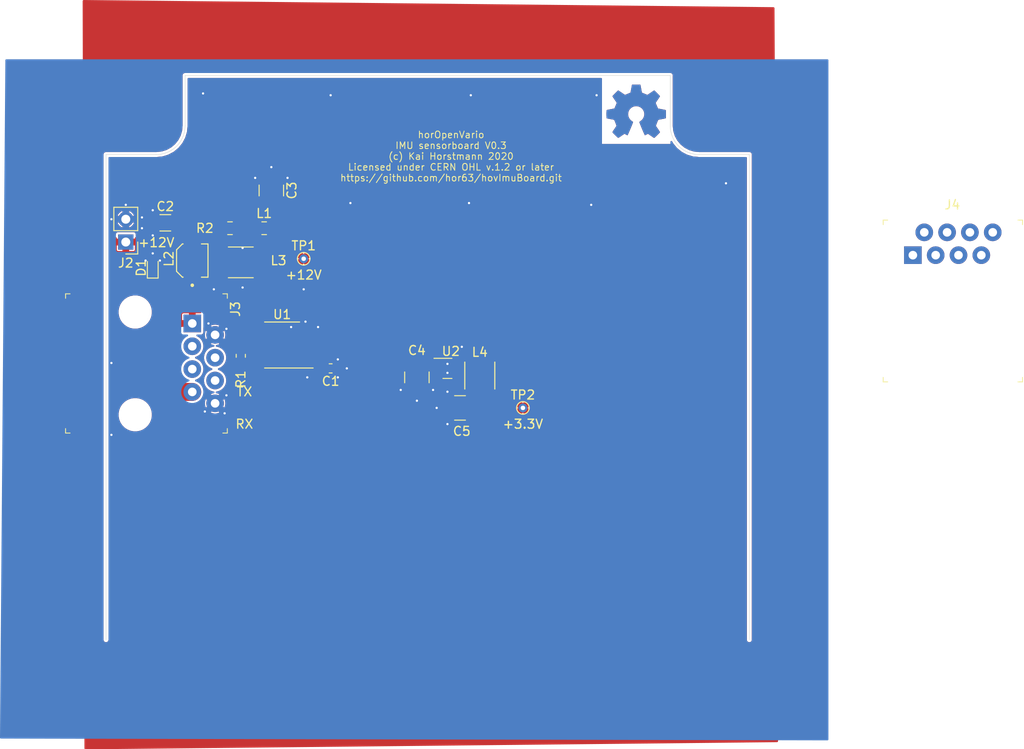
<source format=kicad_pcb>
(kicad_pcb (version 20171130) (host pcbnew "(5.1.6)-1")

  (general
    (thickness 1.6)
    (drawings 13)
    (tracks 74)
    (zones 0)
    (modules 21)
    (nets 12)
  )

  (page A4)
  (title_block
    (title "horOpenVario IMU sensorboard")
    (date 2019-08-19)
    (rev 0.1)
    (company OpenVario.org)
    (comment 1 "Licensed under CERN OHL v.1.2 or later")
    (comment 2 "(c) Kai Horstmann 2019")
    (comment 3 "This is a TCP-I2C bridge with an IMU chip")
    (comment 4 "Sensor board for OpenVario for the IMU")
  )

  (layers
    (0 F.Cu signal)
    (31 B.Cu signal)
    (32 B.Adhes user)
    (33 F.Adhes user)
    (34 B.Paste user)
    (35 F.Paste user)
    (36 B.SilkS user)
    (37 F.SilkS user)
    (38 B.Mask user)
    (39 F.Mask user)
    (40 Dwgs.User user)
    (41 Cmts.User user)
    (42 Eco1.User user)
    (43 Eco2.User user)
    (44 Edge.Cuts user)
    (45 Margin user)
    (46 B.CrtYd user)
    (47 F.CrtYd user)
    (48 B.Fab user hide)
    (49 F.Fab user hide)
  )

  (setup
    (last_trace_width 0.2)
    (user_trace_width 0.15)
    (user_trace_width 0.2)
    (user_trace_width 0.25)
    (user_trace_width 0.5)
    (user_trace_width 0.75)
    (user_trace_width 1)
    (user_trace_width 1.5)
    (user_trace_width 1.75)
    (user_trace_width 2)
    (user_trace_width 3)
    (trace_clearance 0.15)
    (zone_clearance 0.25)
    (zone_45_only no)
    (trace_min 0.15)
    (via_size 0.5)
    (via_drill 0.25)
    (via_min_size 0.5)
    (via_min_drill 0.25)
    (uvia_size 0.3)
    (uvia_drill 0.1)
    (uvias_allowed no)
    (uvia_min_size 0.2)
    (uvia_min_drill 0.1)
    (edge_width 0.05)
    (segment_width 0.2)
    (pcb_text_width 0.3)
    (pcb_text_size 1.5 1.5)
    (mod_edge_width 0.12)
    (mod_text_size 1 1)
    (mod_text_width 0.15)
    (pad_size 1.37 1.37)
    (pad_drill 1.02)
    (pad_to_mask_clearance 0.05)
    (solder_mask_min_width 0.1)
    (aux_axis_origin 0 0)
    (visible_elements 7FFFFFFF)
    (pcbplotparams
      (layerselection 0x010fc_ffffffff)
      (usegerberextensions false)
      (usegerberattributes false)
      (usegerberadvancedattributes false)
      (creategerberjobfile false)
      (excludeedgelayer true)
      (linewidth 0.100000)
      (plotframeref false)
      (viasonmask false)
      (mode 1)
      (useauxorigin false)
      (hpglpennumber 1)
      (hpglpenspeed 20)
      (hpglpendiameter 15.000000)
      (psnegative false)
      (psa4output false)
      (plotreference true)
      (plotvalue true)
      (plotinvisibletext false)
      (padsonsilk false)
      (subtractmaskfromsilk false)
      (outputformat 1)
      (mirror false)
      (drillshape 1)
      (scaleselection 1)
      (outputdirectory ""))
  )

  (net 0 "")
  (net 1 +3V3)
  (net 2 GND)
  (net 3 +12V)
  (net 4 +VDC)
  (net 5 /RX+)
  (net 6 /TX+)
  (net 7 /TX-)
  (net 8 /RX-)
  (net 9 "Net-(L1-Pad1)")
  (net 10 "Net-(L4-Pad1)")
  (net 11 "Net-(C2-Pad2)")

  (net_class Default "This is the default net class."
    (clearance 0.15)
    (trace_width 0.2)
    (via_dia 0.5)
    (via_drill 0.25)
    (uvia_dia 0.3)
    (uvia_drill 0.1)
    (add_net +12V)
    (add_net +3V3)
    (add_net /RX+)
    (add_net /RX-)
    (add_net /TX+)
    (add_net /TX-)
    (add_net "Net-(C2-Pad2)")
    (add_net "Net-(J4-Pad1)")
    (add_net "Net-(J4-Pad2)")
    (add_net "Net-(J4-Pad3)")
    (add_net "Net-(J4-Pad4)")
    (add_net "Net-(J4-Pad5)")
    (add_net "Net-(J4-Pad6)")
    (add_net "Net-(J4-Pad7)")
    (add_net "Net-(J4-Pad8)")
    (add_net "Net-(L1-Pad1)")
    (add_net "Net-(L4-Pad1)")
    (add_net "Net-(U2-Pad8)")
  )

  (net_class PWR2Pad ""
    (clearance 0.15)
    (trace_width 0.2)
    (via_dia 0.5)
    (via_drill 0.25)
    (uvia_dia 0.3)
    (uvia_drill 0.1)
    (add_net +VDC)
    (add_net GND)
  )

  (net_class Signal ""
    (clearance 0.15)
    (trace_width 0.15)
    (via_dia 0.5)
    (via_drill 0.25)
    (uvia_dia 0.3)
    (uvia_drill 0.1)
  )

  (module hovImuBoard:Ethernet_Jack_54602-908LF (layer F.Cu) (tedit 5991AACE) (tstamp 5F069314)
    (at 74.8 83.4 270)
    (descr http://portal.fciconnect.com/Comergent//fci/drawing/c-bmj-0102.pdf)
    (path /5D4B7457)
    (fp_text reference J3 (at -1.6 -4.8 90) (layer F.SilkS)
      (effects (font (size 1 1) (thickness 0.15)))
    )
    (fp_text value 54602-908LF (at 4.6 16.2 90) (layer F.Fab)
      (effects (font (size 1 1) (thickness 0.15)))
    )
    (fp_line (start -3.47 -4.01) (end 12.34 -4.01) (layer F.CrtYd) (width 0.05))
    (fp_line (start -3.46 14.21) (end 12.35 14.21) (layer F.CrtYd) (width 0.05))
    (fp_line (start -3.47 -4.01) (end -3.46 14.21) (layer F.CrtYd) (width 0.05))
    (fp_line (start 12.34 -4.01) (end 12.35 14.21) (layer F.CrtYd) (width 0.05))
    (fp_line (start 12.2 14.1) (end 12.2 13.6) (layer F.SilkS) (width 0.1))
    (fp_line (start 12.2 14.1) (end 11.7 14.1) (layer F.SilkS) (width 0.1))
    (fp_line (start -3.3 14.1) (end -3.3 13.6) (layer F.SilkS) (width 0.1))
    (fp_line (start -3.3 14.1) (end -2.8 14.1) (layer F.SilkS) (width 0.1))
    (fp_line (start 12.2 -3.9) (end 12.2 -3.4) (layer F.SilkS) (width 0.1))
    (fp_line (start 12.2 -3.9) (end 11.7 -3.9) (layer F.SilkS) (width 0.1))
    (fp_line (start -3.3 -3.9) (end -3.3 -3.4) (layer F.SilkS) (width 0.1))
    (fp_line (start -3.3 -3.9) (end -2.8 -3.9) (layer F.SilkS) (width 0.1))
    (fp_line (start -3.21 -3.77) (end 12.1 -3.77) (layer F.Fab) (width 0.1))
    (fp_line (start 12.1 -3.77) (end 12.1 13.97) (layer F.Fab) (width 0.1))
    (fp_line (start -3.21 -3.77) (end -3.21 13.97) (layer F.Fab) (width 0.1))
    (fp_line (start -3.205 13.97) (end 12.095 13.97) (layer F.Fab) (width 0.1))
    (fp_text user %R (at 4.3 5.6 90) (layer F.Fab)
      (effects (font (size 1 1) (thickness 0.15)))
    )
    (pad "" np_thru_hole circle (at 10.16 6.35 270) (size 3.2 3.2) (drill 3.2) (layers *.Cu *.Mask))
    (pad "" np_thru_hole circle (at -1.27 6.35 270) (size 3.2 3.2) (drill 3.2) (layers *.Cu *.Mask))
    (pad 8 thru_hole circle (at 8.89 -2.54 270) (size 1.96 1.96) (drill 0.96) (layers *.Cu *.Mask)
      (net 2 GND))
    (pad 7 thru_hole circle (at 7.62 0 270) (size 1.96 1.96) (drill 0.96) (layers *.Cu *.Mask)
      (net 4 +VDC))
    (pad 6 thru_hole circle (at 6.35 -2.54 270) (size 1.96 1.96) (drill 0.96) (layers *.Cu *.Mask)
      (net 7 /TX-))
    (pad 5 thru_hole circle (at 5.08 0 270) (size 1.96 1.96) (drill 0.96) (layers *.Cu *.Mask)
      (net 8 /RX-))
    (pad 4 thru_hole circle (at 3.81 -2.54 270) (size 1.96 1.96) (drill 0.96) (layers *.Cu *.Mask)
      (net 5 /RX+))
    (pad 3 thru_hole circle (at 2.54 0 270) (size 1.96 1.96) (drill 0.96) (layers *.Cu *.Mask)
      (net 6 /TX+))
    (pad 2 thru_hole circle (at 1.27 -2.54 270) (size 1.96 1.96) (drill 0.96) (layers *.Cu *.Mask)
      (net 2 GND))
    (pad 1 thru_hole rect (at 0 0 270) (size 1.96 1.96) (drill 0.96) (layers *.Cu *.Mask)
      (net 4 +VDC))
  )

  (module Resistor_SMD:R_0603_1608Metric (layer F.Cu) (tedit 5B301BBD) (tstamp 5F063F08)
    (at 80.2 87 90)
    (descr "Resistor SMD 0603 (1608 Metric), square (rectangular) end terminal, IPC_7351 nominal, (Body size source: http://www.tortai-tech.com/upload/download/2011102023233369053.pdf), generated with kicad-footprint-generator")
    (tags resistor)
    (path /5D54B233)
    (attr smd)
    (fp_text reference R1 (at -2.6125 0 90) (layer F.SilkS)
      (effects (font (size 1 1) (thickness 0.15)))
    )
    (fp_text value 100 (at 0 1.43 90) (layer F.Fab)
      (effects (font (size 1 1) (thickness 0.15)))
    )
    (fp_line (start -0.8 0.4) (end -0.8 -0.4) (layer F.Fab) (width 0.1))
    (fp_line (start -0.8 -0.4) (end 0.8 -0.4) (layer F.Fab) (width 0.1))
    (fp_line (start 0.8 -0.4) (end 0.8 0.4) (layer F.Fab) (width 0.1))
    (fp_line (start 0.8 0.4) (end -0.8 0.4) (layer F.Fab) (width 0.1))
    (fp_line (start -0.162779 -0.51) (end 0.162779 -0.51) (layer F.SilkS) (width 0.12))
    (fp_line (start -0.162779 0.51) (end 0.162779 0.51) (layer F.SilkS) (width 0.12))
    (fp_line (start -1.48 0.73) (end -1.48 -0.73) (layer F.CrtYd) (width 0.05))
    (fp_line (start -1.48 -0.73) (end 1.48 -0.73) (layer F.CrtYd) (width 0.05))
    (fp_line (start 1.48 -0.73) (end 1.48 0.73) (layer F.CrtYd) (width 0.05))
    (fp_line (start 1.48 0.73) (end -1.48 0.73) (layer F.CrtYd) (width 0.05))
    (fp_text user %R (at 0 0 90) (layer F.Fab)
      (effects (font (size 0.4 0.4) (thickness 0.06)))
    )
    (pad 2 smd roundrect (at 0.7875 0 90) (size 0.875 0.95) (layers F.Cu F.Paste F.Mask) (roundrect_rratio 0.25)
      (net 8 /RX-))
    (pad 1 smd roundrect (at -0.7875 0 90) (size 0.875 0.95) (layers F.Cu F.Paste F.Mask) (roundrect_rratio 0.25)
      (net 5 /RX+))
    (model ${KISYS3DMOD}/Resistor_SMD.3dshapes/R_0603_1608Metric.wrl
      (at (xyz 0 0 0))
      (scale (xyz 1 1 1))
      (rotate (xyz 0 0 0))
    )
  )

  (module hovImuBoard:Ethernet_Jack_54602-908LF (layer F.Cu) (tedit 5991AACE) (tstamp 5F0CCB0D)
    (at 155 75.8)
    (descr http://portal.fciconnect.com/Comergent//fci/drawing/c-bmj-0102.pdf)
    (path /5F118033)
    (fp_text reference J4 (at 4.4 -5.6) (layer F.SilkS)
      (effects (font (size 1 1) (thickness 0.15)))
    )
    (fp_text value 54602-908LF (at 4.6 16.2) (layer F.Fab)
      (effects (font (size 1 1) (thickness 0.15)))
    )
    (fp_text user %R (at 4.3 5.6) (layer F.Fab)
      (effects (font (size 1 1) (thickness 0.15)))
    )
    (fp_line (start -3.47 -4.01) (end 12.34 -4.01) (layer F.CrtYd) (width 0.05))
    (fp_line (start -3.46 14.21) (end 12.35 14.21) (layer F.CrtYd) (width 0.05))
    (fp_line (start -3.47 -4.01) (end -3.46 14.21) (layer F.CrtYd) (width 0.05))
    (fp_line (start 12.34 -4.01) (end 12.35 14.21) (layer F.CrtYd) (width 0.05))
    (fp_line (start 12.2 14.1) (end 12.2 13.6) (layer F.SilkS) (width 0.1))
    (fp_line (start 12.2 14.1) (end 11.7 14.1) (layer F.SilkS) (width 0.1))
    (fp_line (start -3.3 14.1) (end -3.3 13.6) (layer F.SilkS) (width 0.1))
    (fp_line (start -3.3 14.1) (end -2.8 14.1) (layer F.SilkS) (width 0.1))
    (fp_line (start 12.2 -3.9) (end 12.2 -3.4) (layer F.SilkS) (width 0.1))
    (fp_line (start 12.2 -3.9) (end 11.7 -3.9) (layer F.SilkS) (width 0.1))
    (fp_line (start -3.3 -3.9) (end -3.3 -3.4) (layer F.SilkS) (width 0.1))
    (fp_line (start -3.3 -3.9) (end -2.8 -3.9) (layer F.SilkS) (width 0.1))
    (fp_line (start -3.21 -3.77) (end 12.1 -3.77) (layer F.Fab) (width 0.1))
    (fp_line (start 12.1 -3.77) (end 12.1 13.97) (layer F.Fab) (width 0.1))
    (fp_line (start -3.21 -3.77) (end -3.21 13.97) (layer F.Fab) (width 0.1))
    (fp_line (start -3.205 13.97) (end 12.095 13.97) (layer F.Fab) (width 0.1))
    (pad "" np_thru_hole circle (at 10.16 6.35) (size 3.2 3.2) (drill 3.2) (layers *.Cu *.Mask))
    (pad "" np_thru_hole circle (at -1.27 6.35) (size 3.2 3.2) (drill 3.2) (layers *.Cu *.Mask))
    (pad 8 thru_hole circle (at 8.89 -2.54) (size 1.96 1.96) (drill 0.96) (layers *.Cu *.Mask))
    (pad 7 thru_hole circle (at 7.62 0) (size 1.96 1.96) (drill 0.96) (layers *.Cu *.Mask))
    (pad 6 thru_hole circle (at 6.35 -2.54) (size 1.96 1.96) (drill 0.96) (layers *.Cu *.Mask))
    (pad 5 thru_hole circle (at 5.08 0) (size 1.96 1.96) (drill 0.96) (layers *.Cu *.Mask))
    (pad 4 thru_hole circle (at 3.81 -2.54) (size 1.96 1.96) (drill 0.96) (layers *.Cu *.Mask))
    (pad 3 thru_hole circle (at 2.54 0) (size 1.96 1.96) (drill 0.96) (layers *.Cu *.Mask))
    (pad 2 thru_hole circle (at 1.27 -2.54) (size 1.96 1.96) (drill 0.96) (layers *.Cu *.Mask))
    (pad 1 thru_hole rect (at 0 0) (size 1.96 1.96) (drill 0.96) (layers *.Cu *.Mask))
  )

  (module Package_SO:SOIC-8_3.9x4.9mm_P1.27mm (layer F.Cu) (tedit 5D9F72B1) (tstamp 5F063FEF)
    (at 84.8 85.8 180)
    (descr "SOIC, 8 Pin (JEDEC MS-012AA, https://www.analog.com/media/en/package-pcb-resources/package/pkg_pdf/soic_narrow-r/r_8.pdf), generated with kicad-footprint-generator ipc_gullwing_generator.py")
    (tags "SOIC SO")
    (path /5D4D7F49)
    (attr smd)
    (fp_text reference U1 (at 0 3.4) (layer F.SilkS)
      (effects (font (size 1 1) (thickness 0.15)))
    )
    (fp_text value SN65LVDS179DR (at 0 3.4) (layer F.Fab)
      (effects (font (size 1 1) (thickness 0.15)))
    )
    (fp_line (start 0 2.56) (end 1.95 2.56) (layer F.SilkS) (width 0.12))
    (fp_line (start 0 2.56) (end -1.95 2.56) (layer F.SilkS) (width 0.12))
    (fp_line (start 0 -2.56) (end 1.95 -2.56) (layer F.SilkS) (width 0.12))
    (fp_line (start 0 -2.56) (end -3.45 -2.56) (layer F.SilkS) (width 0.12))
    (fp_line (start -0.975 -2.45) (end 1.95 -2.45) (layer F.Fab) (width 0.1))
    (fp_line (start 1.95 -2.45) (end 1.95 2.45) (layer F.Fab) (width 0.1))
    (fp_line (start 1.95 2.45) (end -1.95 2.45) (layer F.Fab) (width 0.1))
    (fp_line (start -1.95 2.45) (end -1.95 -1.475) (layer F.Fab) (width 0.1))
    (fp_line (start -1.95 -1.475) (end -0.975 -2.45) (layer F.Fab) (width 0.1))
    (fp_line (start -3.7 -2.7) (end -3.7 2.7) (layer F.CrtYd) (width 0.05))
    (fp_line (start -3.7 2.7) (end 3.7 2.7) (layer F.CrtYd) (width 0.05))
    (fp_line (start 3.7 2.7) (end 3.7 -2.7) (layer F.CrtYd) (width 0.05))
    (fp_line (start 3.7 -2.7) (end -3.7 -2.7) (layer F.CrtYd) (width 0.05))
    (fp_text user %R (at 0 0) (layer F.Fab)
      (effects (font (size 0.98 0.98) (thickness 0.15)))
    )
    (pad 8 smd roundrect (at 2.475 -1.905 180) (size 1.95 0.6) (layers F.Cu F.Paste F.Mask) (roundrect_rratio 0.25)
      (net 5 /RX+))
    (pad 7 smd roundrect (at 2.475 -0.635 180) (size 1.95 0.6) (layers F.Cu F.Paste F.Mask) (roundrect_rratio 0.25)
      (net 8 /RX-))
    (pad 6 smd roundrect (at 2.475 0.635 180) (size 1.95 0.6) (layers F.Cu F.Paste F.Mask) (roundrect_rratio 0.25)
      (net 7 /TX-))
    (pad 5 smd roundrect (at 2.475 1.905 180) (size 1.95 0.6) (layers F.Cu F.Paste F.Mask) (roundrect_rratio 0.25)
      (net 6 /TX+))
    (pad 4 smd roundrect (at -2.475 1.905 180) (size 1.95 0.6) (layers F.Cu F.Paste F.Mask) (roundrect_rratio 0.25)
      (net 2 GND))
    (pad 3 smd roundrect (at -2.475 0.635 180) (size 1.95 0.6) (layers F.Cu F.Paste F.Mask) (roundrect_rratio 0.25))
    (pad 2 smd roundrect (at -2.475 -0.635 180) (size 1.95 0.6) (layers F.Cu F.Paste F.Mask) (roundrect_rratio 0.25))
    (pad 1 smd roundrect (at -2.475 -1.905 180) (size 1.95 0.6) (layers F.Cu F.Paste F.Mask) (roundrect_rratio 0.25)
      (net 1 +3V3))
    (model ${KISYS3DMOD}/Package_SO.3dshapes/SOIC-8_3.9x4.9mm_P1.27mm.wrl
      (at (xyz 0 0 0))
      (scale (xyz 1 1 1))
      (rotate (xyz 0 0 0))
    )
  )

  (module Package_SON:WSON-8-1EP_2x2mm_P0.5mm_EP0.9x1.6mm_ThermalVias (layer F.Cu) (tedit 5A65F72D) (tstamp 5F06406E)
    (at 103.2 88.4)
    (descr "8-Lead Plastic WSON, 2x2mm Body, 0.5mm Pitch, WSON-8, http://www.ti.com/lit/ds/symlink/lm27761.pdf")
    (tags "WSON 8 1EP ThermalVias")
    (path /5D50203C)
    (attr smd)
    (fp_text reference U2 (at 0.38 -1.9) (layer F.SilkS)
      (effects (font (size 1 1) (thickness 0.15)))
    )
    (fp_text value TPS62172DSG (at 0.01 2.14) (layer F.Fab)
      (effects (font (size 1 1) (thickness 0.15)))
    )
    (fp_line (start -0.5 -1) (end -1 -0.5) (layer F.Fab) (width 0.1))
    (fp_line (start -1 1) (end -1 -0.5) (layer F.Fab) (width 0.1))
    (fp_line (start 1 1) (end -1 1) (layer F.Fab) (width 0.1))
    (fp_line (start 1 -1) (end 1 1) (layer F.Fab) (width 0.1))
    (fp_line (start -0.5 -1) (end 1 -1) (layer F.Fab) (width 0.1))
    (fp_line (start -1.6 -1.25) (end -1.6 1.25) (layer F.CrtYd) (width 0.05))
    (fp_line (start 1.6 -1.25) (end 1.6 1.25) (layer F.CrtYd) (width 0.05))
    (fp_line (start -1.6 -1.25) (end 1.6 -1.25) (layer F.CrtYd) (width 0.05))
    (fp_line (start -1.6 1.25) (end 1.6 1.25) (layer F.CrtYd) (width 0.05))
    (fp_line (start 0.5 1.12) (end -0.5 1.12) (layer F.SilkS) (width 0.12))
    (fp_line (start -1.5 -1.12) (end 0.5 -1.12) (layer F.SilkS) (width 0.12))
    (fp_text user %R (at 0 0) (layer F.Fab)
      (effects (font (size 0.7 0.7) (thickness 0.1)))
    )
    (pad "" smd rect (at 0 -0.4) (size 0.75 0.65) (layers F.Paste))
    (pad "" smd rect (at 0 0.4) (size 0.75 0.65) (layers F.Paste))
    (pad 9 smd rect (at 0 0) (size 0.9 1.6) (layers B.Cu)
      (net 2 GND))
    (pad 6 smd rect (at 0.95 0.25) (size 0.5 0.25) (layers F.Cu F.Paste F.Mask)
      (net 1 +3V3))
    (pad 5 smd rect (at 0.95 0.75) (size 0.5 0.25) (layers F.Cu F.Paste F.Mask)
      (net 2 GND))
    (pad 4 smd rect (at -0.95 0.75) (size 0.5 0.25) (layers F.Cu F.Paste F.Mask)
      (net 2 GND))
    (pad 2 smd rect (at -0.95 -0.25) (size 0.5 0.25) (layers F.Cu F.Paste F.Mask)
      (net 3 +12V))
    (pad 1 smd rect (at -0.95 -0.75) (size 0.5 0.25) (layers F.Cu F.Paste F.Mask)
      (net 2 GND))
    (pad 9 smd rect (at 0 0) (size 0.9 1.6) (layers F.Cu F.Mask)
      (net 2 GND))
    (pad 9 thru_hole circle (at 0 0.5) (size 0.6 0.6) (drill 0.25) (layers *.Cu)
      (net 2 GND))
    (pad 9 thru_hole circle (at 0 -0.5) (size 0.6 0.6) (drill 0.25) (layers *.Cu)
      (net 2 GND))
    (pad 8 smd rect (at 0.95 -0.75) (size 0.5 0.25) (layers F.Cu F.Paste F.Mask))
    (pad 7 smd rect (at 0.95 -0.25) (size 0.5 0.25) (layers F.Cu F.Paste F.Mask)
      (net 10 "Net-(L4-Pad1)"))
    (pad 3 smd rect (at -0.95 0.25) (size 0.5 0.25) (layers F.Cu F.Paste F.Mask))
    (model ${KISYS3DMOD}/Package_SON.3dshapes/WSON-8-1EP_2x2mm_P0.5mm_EP0.9x1.6mm.wrl
      (at (xyz 0 0 0))
      (scale (xyz 1 1 1))
      (rotate (xyz 0 0 0))
    )
  )

  (module TestPoint:TestPoint_THTPad_D1.0mm_Drill0.5mm (layer F.Cu) (tedit 5A0F774F) (tstamp 5F063F9A)
    (at 111.6 92.8)
    (descr "THT pad as test Point, diameter 1.0mm, hole diameter 0.5mm")
    (tags "test point THT pad")
    (path /5D5FB0F7)
    (attr virtual)
    (fp_text reference TP2 (at 0 -1.448) (layer F.SilkS)
      (effects (font (size 1 1) (thickness 0.15)))
    )
    (fp_text value +3.3V (at 0 1.8) (layer F.SilkS)
      (effects (font (size 1 1) (thickness 0.15)))
    )
    (fp_circle (center 0 0) (end 1 0) (layer F.CrtYd) (width 0.05))
    (fp_circle (center 0 0) (end 0 0.7) (layer F.SilkS) (width 0.12))
    (fp_text user %R (at 0 -1.45) (layer F.Fab)
      (effects (font (size 1 1) (thickness 0.15)))
    )
    (pad 1 thru_hole circle (at 0 0) (size 1 1) (drill 0.5) (layers *.Cu *.Mask)
      (net 1 +3V3))
  )

  (module TestPoint:TestPoint_THTPad_D1.0mm_Drill0.5mm (layer F.Cu) (tedit 5A0F774F) (tstamp 5F063F8A)
    (at 87.2 76.2)
    (descr "THT pad as test Point, diameter 1.0mm, hole diameter 0.5mm")
    (tags "test point THT pad")
    (path /5D5D4FD3)
    (attr virtual)
    (fp_text reference TP1 (at 0 -1.448) (layer F.SilkS)
      (effects (font (size 1 1) (thickness 0.15)))
    )
    (fp_text value +12V (at 0 1.8) (layer F.SilkS)
      (effects (font (size 1 1) (thickness 0.15)))
    )
    (fp_circle (center 0 0) (end 1 0) (layer F.CrtYd) (width 0.05))
    (fp_circle (center 0 0) (end 0 0.7) (layer F.SilkS) (width 0.12))
    (fp_text user %R (at 0 -1.45) (layer F.Fab)
      (effects (font (size 1 1) (thickness 0.15)))
    )
    (pad 1 thru_hole circle (at 0 0) (size 1 1) (drill 0.5) (layers *.Cu *.Mask)
      (net 3 +12V))
  )

  (module Resistor_SMD:R_0805_2012Metric (layer F.Cu) (tedit 5B36C52B) (tstamp 5F063EE6)
    (at 79 72.8)
    (descr "Resistor SMD 0805 (2012 Metric), square (rectangular) end terminal, IPC_7351 nominal, (Body size source: https://docs.google.com/spreadsheets/d/1BsfQQcO9C6DZCsRaXUlFlo91Tg2WpOkGARC1WS5S8t0/edit?usp=sharing), generated with kicad-footprint-generator")
    (tags resistor)
    (path /5D56D7E7)
    (attr smd)
    (fp_text reference R2 (at -2.8 0) (layer F.SilkS)
      (effects (font (size 1 1) (thickness 0.15)))
    )
    (fp_text value 180m (at 0 1.65) (layer F.Fab)
      (effects (font (size 1 1) (thickness 0.15)))
    )
    (fp_line (start -1 0.6) (end -1 -0.6) (layer F.Fab) (width 0.1))
    (fp_line (start -1 -0.6) (end 1 -0.6) (layer F.Fab) (width 0.1))
    (fp_line (start 1 -0.6) (end 1 0.6) (layer F.Fab) (width 0.1))
    (fp_line (start 1 0.6) (end -1 0.6) (layer F.Fab) (width 0.1))
    (fp_line (start -0.258578 -0.71) (end 0.258578 -0.71) (layer F.SilkS) (width 0.12))
    (fp_line (start -0.258578 0.71) (end 0.258578 0.71) (layer F.SilkS) (width 0.12))
    (fp_line (start -1.68 0.95) (end -1.68 -0.95) (layer F.CrtYd) (width 0.05))
    (fp_line (start -1.68 -0.95) (end 1.68 -0.95) (layer F.CrtYd) (width 0.05))
    (fp_line (start 1.68 -0.95) (end 1.68 0.95) (layer F.CrtYd) (width 0.05))
    (fp_line (start 1.68 0.95) (end -1.68 0.95) (layer F.CrtYd) (width 0.05))
    (fp_text user %R (at 0 0) (layer F.Fab)
      (effects (font (size 0.5 0.5) (thickness 0.08)))
    )
    (pad 2 smd roundrect (at 0.9375 0) (size 0.975 1.4) (layers F.Cu F.Paste F.Mask) (roundrect_rratio 0.25)
      (net 9 "Net-(L1-Pad1)"))
    (pad 1 smd roundrect (at -0.9375 0) (size 0.975 1.4) (layers F.Cu F.Paste F.Mask) (roundrect_rratio 0.25)
      (net 11 "Net-(C2-Pad2)"))
    (model ${KISYS3DMOD}/Resistor_SMD.3dshapes/R_0805_2012Metric.wrl
      (at (xyz 0 0 0))
      (scale (xyz 1 1 1))
      (rotate (xyz 0 0 0))
    )
  )

  (module hovImuBoard:IND_LQH3NPN2R2MMEL (layer F.Cu) (tedit 5F04F968) (tstamp 5F063E92)
    (at 106.8 89.2 270)
    (descr "Inductor with Inductance: 2.2uH Tol. +/-20%, Package: 1212 (3030)")
    (path /5D5AC908)
    (attr smd)
    (fp_text reference L4 (at -2.6 0 180) (layer F.SilkS)
      (effects (font (size 1 1) (thickness 0.15)))
    )
    (fp_text value 2.2uH (at -2.6 -0.4 180) (layer F.Fab)
      (effects (font (size 1 1) (thickness 0.015)))
    )
    (fp_line (start -1.75 1.75) (end -1.75 -1.75) (layer F.CrtYd) (width 0.05))
    (fp_line (start 1.75 1.75) (end -1.75 1.75) (layer F.CrtYd) (width 0.05))
    (fp_line (start 1.75 -1.75) (end 1.75 1.75) (layer F.CrtYd) (width 0.05))
    (fp_line (start -1.75 -1.75) (end 1.75 -1.75) (layer F.CrtYd) (width 0.05))
    (fp_line (start -1.5 1.67) (end 1.5 1.67) (layer F.SilkS) (width 0.127))
    (fp_line (start -1.5 -1.67) (end 1.5 -1.67) (layer F.SilkS) (width 0.127))
    (fp_line (start -1.5 1.5) (end -1.5 -1.5) (layer F.Fab) (width 0.127))
    (fp_line (start 1.5 1.5) (end -1.5 1.5) (layer F.Fab) (width 0.127))
    (fp_line (start 1.5 -1.5) (end 1.5 1.5) (layer F.Fab) (width 0.127))
    (fp_line (start -1.5 -1.5) (end 1.5 -1.5) (layer F.Fab) (width 0.127))
    (pad 1 smd rect (at -1.1 0 270) (size 0.8 2.7) (layers F.Cu F.Paste F.Mask)
      (net 10 "Net-(L4-Pad1)"))
    (pad 2 smd rect (at 1.1 0 270) (size 0.8 2.7) (layers F.Cu F.Paste F.Mask)
      (net 1 +3V3))
  )

  (module Inductor_SMD:L_1812_4532Metric (layer F.Cu) (tedit 5B301BBE) (tstamp 5F065A24)
    (at 80.2 76.6)
    (descr "Inductor SMD 1812 (4532 Metric), square (rectangular) end terminal, IPC_7351 nominal, (Body size source: https://www.nikhef.nl/pub/departments/mt/projects/detectorR_D/dtddice/ERJ2G.pdf), generated with kicad-footprint-generator")
    (tags inductor)
    (path /5D634260)
    (attr smd)
    (fp_text reference L3 (at 4.2 -0.2) (layer F.SilkS)
      (effects (font (size 1 1) (thickness 0.15)))
    )
    (fp_text value 8.2uH (at 0 2.65) (layer F.Fab)
      (effects (font (size 1 1) (thickness 0.15)))
    )
    (fp_line (start -2.25 1.6) (end -2.25 -1.6) (layer F.Fab) (width 0.1))
    (fp_line (start -2.25 -1.6) (end 2.25 -1.6) (layer F.Fab) (width 0.1))
    (fp_line (start 2.25 -1.6) (end 2.25 1.6) (layer F.Fab) (width 0.1))
    (fp_line (start 2.25 1.6) (end -2.25 1.6) (layer F.Fab) (width 0.1))
    (fp_line (start -1.386252 -1.71) (end 1.386252 -1.71) (layer F.SilkS) (width 0.12))
    (fp_line (start -1.386252 1.71) (end 1.386252 1.71) (layer F.SilkS) (width 0.12))
    (fp_line (start -2.95 1.95) (end -2.95 -1.95) (layer F.CrtYd) (width 0.05))
    (fp_line (start -2.95 -1.95) (end 2.95 -1.95) (layer F.CrtYd) (width 0.05))
    (fp_line (start 2.95 -1.95) (end 2.95 1.95) (layer F.CrtYd) (width 0.05))
    (fp_line (start 2.95 1.95) (end -2.95 1.95) (layer F.CrtYd) (width 0.05))
    (fp_text user %R (at 0 0) (layer F.Fab)
      (effects (font (size 1 1) (thickness 0.15)))
    )
    (pad 2 smd roundrect (at 2.1375 0) (size 1.125 3.4) (layers F.Cu F.Paste F.Mask) (roundrect_rratio 0.222222)
      (net 3 +12V))
    (pad 1 smd roundrect (at -2.1375 0) (size 1.125 3.4) (layers F.Cu F.Paste F.Mask) (roundrect_rratio 0.222222)
      (net 11 "Net-(C2-Pad2)"))
    (model ${KISYS3DMOD}/Inductor_SMD.3dshapes/L_1812_4532Metric.wrl
      (at (xyz 0 0 0))
      (scale (xyz 1 1 1))
      (rotate (xyz 0 0 0))
    )
  )

  (module hovImuBoard:IND_1231AS-H-1R2N=P3 (layer F.Cu) (tedit 5F04F985) (tstamp 5F063E61)
    (at 74.8 76.4 90)
    (descr "Inductor with Inductance: 1.2uH Tol. +/-30%, Package: 1514 (3735)")
    (tags "IND 1.2uH 1514")
    (path /5D5B5F01)
    (attr smd)
    (fp_text reference L2 (at 0.2 -2.6 90) (layer F.SilkS)
      (effects (font (size 1 1) (thickness 0.15)))
    )
    (fp_text value 1.2uH (at 10.45 3.135 90) (layer F.Fab)
      (effects (font (size 1 1) (thickness 0.015)))
    )
    (fp_line (start 1.85 -1.1) (end 1.85 1.75) (layer F.Fab) (width 0.127))
    (fp_line (start 1.85 1.75) (end -1.85 1.75) (layer F.Fab) (width 0.127))
    (fp_line (start -1.85 1.75) (end -1.85 -1.1) (layer F.Fab) (width 0.127))
    (fp_line (start -1.85 -1.1) (end -1.2 -1.75) (layer F.Fab) (width 0.127))
    (fp_line (start -1.2 -1.75) (end 1.2 -1.75) (layer F.Fab) (width 0.127))
    (fp_line (start 1.2 -1.75) (end 1.85 -1.1) (layer F.Fab) (width 0.127))
    (fp_line (start -2.4 -2) (end 2.4 -2) (layer F.CrtYd) (width 0.05))
    (fp_line (start 2.4 -2) (end 2.4 2) (layer F.CrtYd) (width 0.05))
    (fp_line (start 2.4 2) (end -2.4 2) (layer F.CrtYd) (width 0.05))
    (fp_line (start -2.4 2) (end -2.4 -2) (layer F.CrtYd) (width 0.05))
    (fp_line (start 1.85 1.02) (end 1.85 1.75) (layer F.SilkS) (width 0.127))
    (fp_line (start 1.85 1.75) (end -1.85 1.75) (layer F.SilkS) (width 0.127))
    (fp_line (start -1.85 1.75) (end -1.85 1.02) (layer F.SilkS) (width 0.127))
    (fp_line (start -1.85 -1.02) (end -1.85 -1.1) (layer F.SilkS) (width 0.127))
    (fp_line (start -1.85 -1.1) (end -1.2 -1.75) (layer F.SilkS) (width 0.127))
    (fp_line (start -1.2 -1.75) (end 1.2 -1.75) (layer F.SilkS) (width 0.127))
    (fp_line (start 1.2 -1.75) (end 1.85 -1.1) (layer F.SilkS) (width 0.127))
    (fp_line (start 1.85 -1.1) (end 1.85 -1.02) (layer F.SilkS) (width 0.127))
    (fp_circle (center -2.75 0) (end -2.65 0) (layer F.SilkS) (width 0.2))
    (fp_circle (center -2.75 0) (end -2.65 0) (layer F.Fab) (width 0.2))
    (pad 1 smd rect (at -1.65 0 90) (size 1 1.4) (layers F.Cu F.Paste F.Mask)
      (net 4 +VDC))
    (pad 2 smd rect (at 1.65 0 90) (size 1 1.4) (layers F.Cu F.Paste F.Mask)
      (net 11 "Net-(C2-Pad2)"))
  )

  (module Inductor_SMD:L_0805_2012Metric (layer F.Cu) (tedit 5B36C52B) (tstamp 5F063E47)
    (at 82.8 72.8)
    (descr "Inductor SMD 0805 (2012 Metric), square (rectangular) end terminal, IPC_7351 nominal, (Body size source: https://docs.google.com/spreadsheets/d/1BsfQQcO9C6DZCsRaXUlFlo91Tg2WpOkGARC1WS5S8t0/edit?usp=sharing), generated with kicad-footprint-generator")
    (tags inductor)
    (path /5D67D02E)
    (attr smd)
    (fp_text reference L1 (at 0 -1.65) (layer F.SilkS)
      (effects (font (size 1 1) (thickness 0.15)))
    )
    (fp_text value 240nH (at 0 1.65) (layer F.Fab)
      (effects (font (size 1 1) (thickness 0.15)))
    )
    (fp_line (start -1 0.6) (end -1 -0.6) (layer F.Fab) (width 0.1))
    (fp_line (start -1 -0.6) (end 1 -0.6) (layer F.Fab) (width 0.1))
    (fp_line (start 1 -0.6) (end 1 0.6) (layer F.Fab) (width 0.1))
    (fp_line (start 1 0.6) (end -1 0.6) (layer F.Fab) (width 0.1))
    (fp_line (start -0.258578 -0.71) (end 0.258578 -0.71) (layer F.SilkS) (width 0.12))
    (fp_line (start -0.258578 0.71) (end 0.258578 0.71) (layer F.SilkS) (width 0.12))
    (fp_line (start -1.68 0.95) (end -1.68 -0.95) (layer F.CrtYd) (width 0.05))
    (fp_line (start -1.68 -0.95) (end 1.68 -0.95) (layer F.CrtYd) (width 0.05))
    (fp_line (start 1.68 -0.95) (end 1.68 0.95) (layer F.CrtYd) (width 0.05))
    (fp_line (start 1.68 0.95) (end -1.68 0.95) (layer F.CrtYd) (width 0.05))
    (fp_text user %R (at 0 0) (layer F.Fab)
      (effects (font (size 0.5 0.5) (thickness 0.08)))
    )
    (pad 2 smd roundrect (at 0.9375 0) (size 0.975 1.4) (layers F.Cu F.Paste F.Mask) (roundrect_rratio 0.25)
      (net 3 +12V))
    (pad 1 smd roundrect (at -0.9375 0) (size 0.975 1.4) (layers F.Cu F.Paste F.Mask) (roundrect_rratio 0.25)
      (net 9 "Net-(L1-Pad1)"))
    (model ${KISYS3DMOD}/Inductor_SMD.3dshapes/L_0805_2012Metric.wrl
      (at (xyz 0 0 0))
      (scale (xyz 1 1 1))
      (rotate (xyz 0 0 0))
    )
  )

  (module Connector_PinHeader_2.54mm:PinHeader_1x02_P2.54mm_Vertical (layer F.Cu) (tedit 59FED5CC) (tstamp 5F063D76)
    (at 67.4 74.34 180)
    (descr "Through hole straight pin header, 1x02, 2.54mm pitch, single row")
    (tags "Through hole pin header THT 1x02 2.54mm single row")
    (path /5D5CFB65)
    (fp_text reference J2 (at 0 -2.33) (layer F.SilkS)
      (effects (font (size 1 1) (thickness 0.15)))
    )
    (fp_text value "Ext. Power" (at 0 4.87) (layer F.Fab)
      (effects (font (size 1 1) (thickness 0.15)))
    )
    (fp_line (start -0.635 -1.27) (end 1.27 -1.27) (layer F.Fab) (width 0.1))
    (fp_line (start 1.27 -1.27) (end 1.27 3.81) (layer F.Fab) (width 0.1))
    (fp_line (start 1.27 3.81) (end -1.27 3.81) (layer F.Fab) (width 0.1))
    (fp_line (start -1.27 3.81) (end -1.27 -0.635) (layer F.Fab) (width 0.1))
    (fp_line (start -1.27 -0.635) (end -0.635 -1.27) (layer F.Fab) (width 0.1))
    (fp_line (start -1.33 3.87) (end 1.33 3.87) (layer F.SilkS) (width 0.12))
    (fp_line (start -1.33 1.27) (end -1.33 3.87) (layer F.SilkS) (width 0.12))
    (fp_line (start 1.33 1.27) (end 1.33 3.87) (layer F.SilkS) (width 0.12))
    (fp_line (start -1.33 1.27) (end 1.33 1.27) (layer F.SilkS) (width 0.12))
    (fp_line (start -1.33 0) (end -1.33 -1.33) (layer F.SilkS) (width 0.12))
    (fp_line (start -1.33 -1.33) (end 0 -1.33) (layer F.SilkS) (width 0.12))
    (fp_line (start -1.8 -1.8) (end -1.8 4.35) (layer F.CrtYd) (width 0.05))
    (fp_line (start -1.8 4.35) (end 1.8 4.35) (layer F.CrtYd) (width 0.05))
    (fp_line (start 1.8 4.35) (end 1.8 -1.8) (layer F.CrtYd) (width 0.05))
    (fp_line (start 1.8 -1.8) (end -1.8 -1.8) (layer F.CrtYd) (width 0.05))
    (fp_text user %R (at 0 1.27 90) (layer F.Fab)
      (effects (font (size 1 1) (thickness 0.15)))
    )
    (pad 2 thru_hole oval (at 0 2.54 180) (size 1.7 1.7) (drill 1) (layers *.Cu *.Mask)
      (net 2 GND))
    (pad 1 thru_hole rect (at 0 0 180) (size 1.7 1.7) (drill 1) (layers *.Cu *.Mask)
      (net 4 +VDC))
    (model ${KISYS3DMOD}/Connector_PinHeader_2.54mm.3dshapes/PinHeader_1x02_P2.54mm_Vertical.wrl
      (at (xyz 0 0 0))
      (scale (xyz 1 1 1))
      (rotate (xyz 0 0 0))
    )
  )

  (module Diode_SMD:D_SOD-523 (layer F.Cu) (tedit 586419F0) (tstamp 5F065801)
    (at 70.4 77.2 90)
    (descr "http://www.diodes.com/datasheets/ap02001.pdf p.144")
    (tags "Diode SOD523")
    (path /5D527E20)
    (attr smd)
    (fp_text reference D1 (at 0 -1.3 90) (layer F.SilkS)
      (effects (font (size 1 1) (thickness 0.15)))
    )
    (fp_text value VESD16C1-02V-G3-08 (at 0 1.4 90) (layer F.Fab)
      (effects (font (size 1 1) (thickness 0.15)))
    )
    (fp_line (start -1.15 -0.6) (end -1.15 0.6) (layer F.SilkS) (width 0.12))
    (fp_line (start 1.25 -0.7) (end 1.25 0.7) (layer F.CrtYd) (width 0.05))
    (fp_line (start -1.25 -0.7) (end 1.25 -0.7) (layer F.CrtYd) (width 0.05))
    (fp_line (start -1.25 0.7) (end -1.25 -0.7) (layer F.CrtYd) (width 0.05))
    (fp_line (start 1.25 0.7) (end -1.25 0.7) (layer F.CrtYd) (width 0.05))
    (fp_line (start 0.1 0) (end 0.25 0) (layer F.Fab) (width 0.1))
    (fp_line (start 0.1 -0.2) (end -0.2 0) (layer F.Fab) (width 0.1))
    (fp_line (start 0.1 0.2) (end 0.1 -0.2) (layer F.Fab) (width 0.1))
    (fp_line (start -0.2 0) (end 0.1 0.2) (layer F.Fab) (width 0.1))
    (fp_line (start -0.2 0) (end -0.35 0) (layer F.Fab) (width 0.1))
    (fp_line (start -0.2 0.2) (end -0.2 -0.2) (layer F.Fab) (width 0.1))
    (fp_line (start 0.65 -0.45) (end 0.65 0.45) (layer F.Fab) (width 0.1))
    (fp_line (start -0.65 -0.45) (end 0.65 -0.45) (layer F.Fab) (width 0.1))
    (fp_line (start -0.65 0.45) (end -0.65 -0.45) (layer F.Fab) (width 0.1))
    (fp_line (start 0.65 0.45) (end -0.65 0.45) (layer F.Fab) (width 0.1))
    (fp_line (start 0.7 -0.6) (end -1.15 -0.6) (layer F.SilkS) (width 0.12))
    (fp_line (start 0.7 0.6) (end -1.15 0.6) (layer F.SilkS) (width 0.12))
    (fp_text user %R (at 0 -1.3 90) (layer F.Fab)
      (effects (font (size 1 1) (thickness 0.15)))
    )
    (pad 1 smd rect (at -0.7 0 270) (size 0.6 0.7) (layers F.Cu F.Paste F.Mask)
      (net 4 +VDC))
    (pad 2 smd rect (at 0.7 0 270) (size 0.6 0.7) (layers F.Cu F.Paste F.Mask)
      (net 2 GND))
    (model ${KISYS3DMOD}/Diode_SMD.3dshapes/D_SOD-523.wrl
      (at (xyz 0 0 0))
      (scale (xyz 1 1 1))
      (rotate (xyz 0 0 0))
    )
  )

  (module Capacitor_SMD:C_1210_3225Metric (layer F.Cu) (tedit 5B301BBE) (tstamp 5F063CA8)
    (at 99.8 89.4 90)
    (descr "Capacitor SMD 1210 (3225 Metric), square (rectangular) end terminal, IPC_7351 nominal, (Body size source: http://www.tortai-tech.com/upload/download/2011102023233369053.pdf), generated with kicad-footprint-generator")
    (tags capacitor)
    (path /5D5AC91F)
    (attr smd)
    (fp_text reference C4 (at 3 0 180) (layer F.SilkS)
      (effects (font (size 1 1) (thickness 0.15)))
    )
    (fp_text value 22uF (at 0 2.28 90) (layer F.Fab)
      (effects (font (size 1 1) (thickness 0.15)))
    )
    (fp_line (start -1.6 1.25) (end -1.6 -1.25) (layer F.Fab) (width 0.1))
    (fp_line (start -1.6 -1.25) (end 1.6 -1.25) (layer F.Fab) (width 0.1))
    (fp_line (start 1.6 -1.25) (end 1.6 1.25) (layer F.Fab) (width 0.1))
    (fp_line (start 1.6 1.25) (end -1.6 1.25) (layer F.Fab) (width 0.1))
    (fp_line (start -0.602064 -1.36) (end 0.602064 -1.36) (layer F.SilkS) (width 0.12))
    (fp_line (start -0.602064 1.36) (end 0.602064 1.36) (layer F.SilkS) (width 0.12))
    (fp_line (start -2.28 1.58) (end -2.28 -1.58) (layer F.CrtYd) (width 0.05))
    (fp_line (start -2.28 -1.58) (end 2.28 -1.58) (layer F.CrtYd) (width 0.05))
    (fp_line (start 2.28 -1.58) (end 2.28 1.58) (layer F.CrtYd) (width 0.05))
    (fp_line (start 2.28 1.58) (end -2.28 1.58) (layer F.CrtYd) (width 0.05))
    (fp_text user %R (at 0 0 90) (layer F.Fab)
      (effects (font (size 0.8 0.8) (thickness 0.12)))
    )
    (pad 2 smd roundrect (at 1.4 0 90) (size 1.25 2.65) (layers F.Cu F.Paste F.Mask) (roundrect_rratio 0.2)
      (net 3 +12V))
    (pad 1 smd roundrect (at -1.4 0 90) (size 1.25 2.65) (layers F.Cu F.Paste F.Mask) (roundrect_rratio 0.2)
      (net 2 GND))
    (model ${KISYS3DMOD}/Capacitor_SMD.3dshapes/C_1210_3225Metric.wrl
      (at (xyz 0 0 0))
      (scale (xyz 1 1 1))
      (rotate (xyz 0 0 0))
    )
  )

  (module Capacitor_SMD:C_1210_3225Metric (layer F.Cu) (tedit 5B301BBE) (tstamp 5F064A4E)
    (at 104.6 92.8)
    (descr "Capacitor SMD 1210 (3225 Metric), square (rectangular) end terminal, IPC_7351 nominal, (Body size source: http://www.tortai-tech.com/upload/download/2011102023233369053.pdf), generated with kicad-footprint-generator")
    (tags capacitor)
    (path /5F0B94C8)
    (attr smd)
    (fp_text reference C5 (at 0.2 2.6) (layer F.SilkS)
      (effects (font (size 1 1) (thickness 0.15)))
    )
    (fp_text value 22uF (at 0 2.28) (layer F.Fab)
      (effects (font (size 1 1) (thickness 0.15)))
    )
    (fp_line (start -1.6 1.25) (end -1.6 -1.25) (layer F.Fab) (width 0.1))
    (fp_line (start -1.6 -1.25) (end 1.6 -1.25) (layer F.Fab) (width 0.1))
    (fp_line (start 1.6 -1.25) (end 1.6 1.25) (layer F.Fab) (width 0.1))
    (fp_line (start 1.6 1.25) (end -1.6 1.25) (layer F.Fab) (width 0.1))
    (fp_line (start -0.602064 -1.36) (end 0.602064 -1.36) (layer F.SilkS) (width 0.12))
    (fp_line (start -0.602064 1.36) (end 0.602064 1.36) (layer F.SilkS) (width 0.12))
    (fp_line (start -2.28 1.58) (end -2.28 -1.58) (layer F.CrtYd) (width 0.05))
    (fp_line (start -2.28 -1.58) (end 2.28 -1.58) (layer F.CrtYd) (width 0.05))
    (fp_line (start 2.28 -1.58) (end 2.28 1.58) (layer F.CrtYd) (width 0.05))
    (fp_line (start 2.28 1.58) (end -2.28 1.58) (layer F.CrtYd) (width 0.05))
    (fp_text user %R (at 0 0) (layer F.Fab)
      (effects (font (size 0.8 0.8) (thickness 0.12)))
    )
    (pad 2 smd roundrect (at 1.4 0) (size 1.25 2.65) (layers F.Cu F.Paste F.Mask) (roundrect_rratio 0.2)
      (net 1 +3V3))
    (pad 1 smd roundrect (at -1.4 0) (size 1.25 2.65) (layers F.Cu F.Paste F.Mask) (roundrect_rratio 0.2)
      (net 2 GND))
    (model ${KISYS3DMOD}/Capacitor_SMD.3dshapes/C_1210_3225Metric.wrl
      (at (xyz 0 0 0))
      (scale (xyz 1 1 1))
      (rotate (xyz 0 0 0))
    )
  )

  (module Capacitor_SMD:C_1206_3216Metric (layer F.Cu) (tedit 5B301BBE) (tstamp 5F063C64)
    (at 71.8 72.2)
    (descr "Capacitor SMD 1206 (3216 Metric), square (rectangular) end terminal, IPC_7351 nominal, (Body size source: http://www.tortai-tech.com/upload/download/2011102023233369053.pdf), generated with kicad-footprint-generator")
    (tags capacitor)
    (path /5D5B5709)
    (attr smd)
    (fp_text reference C2 (at 0 -1.82) (layer F.SilkS)
      (effects (font (size 1 1) (thickness 0.15)))
    )
    (fp_text value 4.7uF (at 0 1.82) (layer F.Fab)
      (effects (font (size 1 1) (thickness 0.15)))
    )
    (fp_line (start -1.6 0.8) (end -1.6 -0.8) (layer F.Fab) (width 0.1))
    (fp_line (start -1.6 -0.8) (end 1.6 -0.8) (layer F.Fab) (width 0.1))
    (fp_line (start 1.6 -0.8) (end 1.6 0.8) (layer F.Fab) (width 0.1))
    (fp_line (start 1.6 0.8) (end -1.6 0.8) (layer F.Fab) (width 0.1))
    (fp_line (start -0.602064 -0.91) (end 0.602064 -0.91) (layer F.SilkS) (width 0.12))
    (fp_line (start -0.602064 0.91) (end 0.602064 0.91) (layer F.SilkS) (width 0.12))
    (fp_line (start -2.28 1.12) (end -2.28 -1.12) (layer F.CrtYd) (width 0.05))
    (fp_line (start -2.28 -1.12) (end 2.28 -1.12) (layer F.CrtYd) (width 0.05))
    (fp_line (start 2.28 -1.12) (end 2.28 1.12) (layer F.CrtYd) (width 0.05))
    (fp_line (start 2.28 1.12) (end -2.28 1.12) (layer F.CrtYd) (width 0.05))
    (fp_text user %R (at 0 0) (layer F.Fab)
      (effects (font (size 0.8 0.8) (thickness 0.12)))
    )
    (pad 2 smd roundrect (at 1.4 0) (size 1.25 1.75) (layers F.Cu F.Paste F.Mask) (roundrect_rratio 0.2)
      (net 11 "Net-(C2-Pad2)"))
    (pad 1 smd roundrect (at -1.4 0) (size 1.25 1.75) (layers F.Cu F.Paste F.Mask) (roundrect_rratio 0.2)
      (net 2 GND))
    (model ${KISYS3DMOD}/Capacitor_SMD.3dshapes/C_1206_3216Metric.wrl
      (at (xyz 0 0 0))
      (scale (xyz 1 1 1))
      (rotate (xyz 0 0 0))
    )
  )

  (module Capacitor_SMD:C_1210_3225Metric (layer F.Cu) (tedit 5B301BBE) (tstamp 5F063C53)
    (at 83.6 68.6 270)
    (descr "Capacitor SMD 1210 (3225 Metric), square (rectangular) end terminal, IPC_7351 nominal, (Body size source: http://www.tortai-tech.com/upload/download/2011102023233369053.pdf), generated with kicad-footprint-generator")
    (tags capacitor)
    (path /5F0BA14D)
    (attr smd)
    (fp_text reference C3 (at 0 -2.28 90) (layer F.SilkS)
      (effects (font (size 1 1) (thickness 0.15)))
    )
    (fp_text value 22uF (at 0 2.28 90) (layer F.Fab)
      (effects (font (size 1 1) (thickness 0.15)))
    )
    (fp_line (start -1.6 1.25) (end -1.6 -1.25) (layer F.Fab) (width 0.1))
    (fp_line (start -1.6 -1.25) (end 1.6 -1.25) (layer F.Fab) (width 0.1))
    (fp_line (start 1.6 -1.25) (end 1.6 1.25) (layer F.Fab) (width 0.1))
    (fp_line (start 1.6 1.25) (end -1.6 1.25) (layer F.Fab) (width 0.1))
    (fp_line (start -0.602064 -1.36) (end 0.602064 -1.36) (layer F.SilkS) (width 0.12))
    (fp_line (start -0.602064 1.36) (end 0.602064 1.36) (layer F.SilkS) (width 0.12))
    (fp_line (start -2.28 1.58) (end -2.28 -1.58) (layer F.CrtYd) (width 0.05))
    (fp_line (start -2.28 -1.58) (end 2.28 -1.58) (layer F.CrtYd) (width 0.05))
    (fp_line (start 2.28 -1.58) (end 2.28 1.58) (layer F.CrtYd) (width 0.05))
    (fp_line (start 2.28 1.58) (end -2.28 1.58) (layer F.CrtYd) (width 0.05))
    (fp_text user %R (at 0 0 90) (layer F.Fab)
      (effects (font (size 0.8 0.8) (thickness 0.12)))
    )
    (pad 2 smd roundrect (at 1.4 0 270) (size 1.25 2.65) (layers F.Cu F.Paste F.Mask) (roundrect_rratio 0.2)
      (net 3 +12V))
    (pad 1 smd roundrect (at -1.4 0 270) (size 1.25 2.65) (layers F.Cu F.Paste F.Mask) (roundrect_rratio 0.2)
      (net 2 GND))
    (model ${KISYS3DMOD}/Capacitor_SMD.3dshapes/C_1210_3225Metric.wrl
      (at (xyz 0 0 0))
      (scale (xyz 1 1 1))
      (rotate (xyz 0 0 0))
    )
  )

  (module Capacitor_SMD:C_0603_1608Metric (layer F.Cu) (tedit 5B301BBE) (tstamp 5F063C0F)
    (at 90.2 88.4 180)
    (descr "Capacitor SMD 0603 (1608 Metric), square (rectangular) end terminal, IPC_7351 nominal, (Body size source: http://www.tortai-tech.com/upload/download/2011102023233369053.pdf), generated with kicad-footprint-generator")
    (tags capacitor)
    (path /5D51B8C8)
    (attr smd)
    (fp_text reference C1 (at 0 -1.43) (layer F.SilkS)
      (effects (font (size 1 1) (thickness 0.15)))
    )
    (fp_text value 100nF (at 0 1.43) (layer F.Fab)
      (effects (font (size 1 1) (thickness 0.15)))
    )
    (fp_line (start -0.8 0.4) (end -0.8 -0.4) (layer F.Fab) (width 0.1))
    (fp_line (start -0.8 -0.4) (end 0.8 -0.4) (layer F.Fab) (width 0.1))
    (fp_line (start 0.8 -0.4) (end 0.8 0.4) (layer F.Fab) (width 0.1))
    (fp_line (start 0.8 0.4) (end -0.8 0.4) (layer F.Fab) (width 0.1))
    (fp_line (start -0.162779 -0.51) (end 0.162779 -0.51) (layer F.SilkS) (width 0.12))
    (fp_line (start -0.162779 0.51) (end 0.162779 0.51) (layer F.SilkS) (width 0.12))
    (fp_line (start -1.48 0.73) (end -1.48 -0.73) (layer F.CrtYd) (width 0.05))
    (fp_line (start -1.48 -0.73) (end 1.48 -0.73) (layer F.CrtYd) (width 0.05))
    (fp_line (start 1.48 -0.73) (end 1.48 0.73) (layer F.CrtYd) (width 0.05))
    (fp_line (start 1.48 0.73) (end -1.48 0.73) (layer F.CrtYd) (width 0.05))
    (fp_text user %R (at 0 0) (layer F.Fab)
      (effects (font (size 0.4 0.4) (thickness 0.06)))
    )
    (pad 2 smd roundrect (at 0.7875 0 180) (size 0.875 0.95) (layers F.Cu F.Paste F.Mask) (roundrect_rratio 0.25)
      (net 1 +3V3))
    (pad 1 smd roundrect (at -0.7875 0 180) (size 0.875 0.95) (layers F.Cu F.Paste F.Mask) (roundrect_rratio 0.25)
      (net 2 GND))
    (model ${KISYS3DMOD}/Capacitor_SMD.3dshapes/C_0603_1608Metric.wrl
      (at (xyz 0 0 0))
      (scale (xyz 1 1 1))
      (rotate (xyz 0 0 0))
    )
  )

  (module Symbol:OSHW-Symbol_6.7x6mm_Copper (layer F.Cu) (tedit 5D5EAF2D) (tstamp 5F062931)
    (at 124.2 59.8)
    (descr "Open Source Hardware Symbol")
    (tags "Logo Symbol OSHW")
    (path /5D5F614B)
    (attr virtual)
    (fp_text reference LOGO1 (at 0 0) (layer F.SilkS) hide
      (effects (font (size 1 1) (thickness 0.15)))
    )
    (fp_text value Logo_Open_Hardware_Small (at 9.3132 0.4984) (layer F.Fab) hide
      (effects (font (size 1 1) (thickness 0.15)))
    )
    (fp_poly (pts (xy 0.555814 -2.531069) (xy 0.639635 -2.086445) (xy 0.94892 -1.958947) (xy 1.258206 -1.831449)
      (xy 1.629246 -2.083754) (xy 1.733157 -2.154004) (xy 1.827087 -2.216728) (xy 1.906652 -2.269062)
      (xy 1.96747 -2.308143) (xy 2.005157 -2.331107) (xy 2.015421 -2.336058) (xy 2.03391 -2.323324)
      (xy 2.07342 -2.288118) (xy 2.129522 -2.234938) (xy 2.197787 -2.168282) (xy 2.273786 -2.092646)
      (xy 2.353092 -2.012528) (xy 2.431275 -1.932426) (xy 2.503907 -1.856836) (xy 2.566559 -1.790255)
      (xy 2.614803 -1.737182) (xy 2.64421 -1.702113) (xy 2.651241 -1.690377) (xy 2.641123 -1.66874)
      (xy 2.612759 -1.621338) (xy 2.569129 -1.552807) (xy 2.513218 -1.467785) (xy 2.448006 -1.370907)
      (xy 2.410219 -1.31565) (xy 2.341343 -1.214752) (xy 2.28014 -1.123701) (xy 2.229578 -1.04703)
      (xy 2.192628 -0.989272) (xy 2.172258 -0.954957) (xy 2.169197 -0.947746) (xy 2.176136 -0.927252)
      (xy 2.195051 -0.879487) (xy 2.223087 -0.811168) (xy 2.257391 -0.729011) (xy 2.295109 -0.63973)
      (xy 2.333387 -0.550042) (xy 2.36937 -0.466662) (xy 2.400206 -0.396306) (xy 2.423039 -0.34569)
      (xy 2.435017 -0.321529) (xy 2.435724 -0.320578) (xy 2.454531 -0.315964) (xy 2.504618 -0.305672)
      (xy 2.580793 -0.290713) (xy 2.677865 -0.272099) (xy 2.790643 -0.250841) (xy 2.856442 -0.238582)
      (xy 2.97695 -0.215638) (xy 3.085797 -0.193805) (xy 3.177476 -0.174278) (xy 3.246481 -0.158252)
      (xy 3.287304 -0.146921) (xy 3.295511 -0.143326) (xy 3.303548 -0.118994) (xy 3.310033 -0.064041)
      (xy 3.31497 0.015108) (xy 3.318364 0.112026) (xy 3.320218 0.220287) (xy 3.320538 0.333465)
      (xy 3.319327 0.445135) (xy 3.31659 0.548868) (xy 3.312331 0.638241) (xy 3.306555 0.706826)
      (xy 3.299267 0.748197) (xy 3.294895 0.75681) (xy 3.268764 0.767133) (xy 3.213393 0.781892)
      (xy 3.136107 0.799352) (xy 3.04423 0.81778) (xy 3.012158 0.823741) (xy 2.857524 0.852066)
      (xy 2.735375 0.874876) (xy 2.641673 0.89308) (xy 2.572384 0.907583) (xy 2.523471 0.919292)
      (xy 2.490897 0.929115) (xy 2.470628 0.937956) (xy 2.458626 0.946724) (xy 2.456947 0.948457)
      (xy 2.440184 0.976371) (xy 2.414614 1.030695) (xy 2.382788 1.104777) (xy 2.34726 1.191965)
      (xy 2.310583 1.285608) (xy 2.275311 1.379052) (xy 2.243996 1.465647) (xy 2.219193 1.53874)
      (xy 2.203454 1.591678) (xy 2.199332 1.617811) (xy 2.199676 1.618726) (xy 2.213641 1.640086)
      (xy 2.245322 1.687084) (xy 2.291391 1.754827) (xy 2.348518 1.838423) (xy 2.413373 1.932982)
      (xy 2.431843 1.959854) (xy 2.497699 2.057275) (xy 2.55565 2.146163) (xy 2.602538 2.221412)
      (xy 2.635207 2.27792) (xy 2.6505 2.310581) (xy 2.651241 2.314593) (xy 2.638392 2.335684)
      (xy 2.602888 2.377464) (xy 2.549293 2.435445) (xy 2.482171 2.505135) (xy 2.406087 2.582045)
      (xy 2.325604 2.661683) (xy 2.245287 2.739561) (xy 2.169699 2.811186) (xy 2.103405 2.87207)
      (xy 2.050969 2.917721) (xy 2.016955 2.94365) (xy 2.007545 2.947883) (xy 1.985643 2.937912)
      (xy 1.9408 2.91102) (xy 1.880321 2.871736) (xy 1.833789 2.840117) (xy 1.749475 2.782098)
      (xy 1.649626 2.713784) (xy 1.549473 2.645579) (xy 1.495627 2.609075) (xy 1.313371 2.4858)
      (xy 1.160381 2.56852) (xy 1.090682 2.604759) (xy 1.031414 2.632926) (xy 0.991311 2.648991)
      (xy 0.981103 2.651226) (xy 0.968829 2.634722) (xy 0.944613 2.588082) (xy 0.910263 2.515609)
      (xy 0.867588 2.421606) (xy 0.818394 2.310374) (xy 0.76449 2.186215) (xy 0.707684 2.053432)
      (xy 0.649782 1.916327) (xy 0.592593 1.779202) (xy 0.537924 1.646358) (xy 0.487584 1.522098)
      (xy 0.44338 1.410725) (xy 0.407119 1.316539) (xy 0.380609 1.243844) (xy 0.365658 1.196941)
      (xy 0.363254 1.180833) (xy 0.382311 1.160286) (xy 0.424036 1.126933) (xy 0.479706 1.087702)
      (xy 0.484378 1.084599) (xy 0.628264 0.969423) (xy 0.744283 0.835053) (xy 0.83143 0.685784)
      (xy 0.888699 0.525913) (xy 0.915086 0.359737) (xy 0.909585 0.191552) (xy 0.87119 0.025655)
      (xy 0.798895 -0.133658) (xy 0.777626 -0.168513) (xy 0.666996 -0.309263) (xy 0.536302 -0.422286)
      (xy 0.390064 -0.506997) (xy 0.232808 -0.562806) (xy 0.069057 -0.589126) (xy -0.096667 -0.58537)
      (xy -0.259838 -0.55095) (xy -0.415935 -0.485277) (xy -0.560433 -0.387765) (xy -0.605131 -0.348187)
      (xy -0.718888 -0.224297) (xy -0.801782 -0.093876) (xy -0.858644 0.052315) (xy -0.890313 0.197088)
      (xy -0.898131 0.35986) (xy -0.872062 0.52344) (xy -0.814755 0.682298) (xy -0.728856 0.830906)
      (xy -0.617014 0.963735) (xy -0.481877 1.075256) (xy -0.464117 1.087011) (xy -0.40785 1.125508)
      (xy -0.365077 1.158863) (xy -0.344628 1.18016) (xy -0.344331 1.180833) (xy -0.348721 1.203871)
      (xy -0.366124 1.256157) (xy -0.394732 1.33339) (xy -0.432735 1.431268) (xy -0.478326 1.545491)
      (xy -0.529697 1.671758) (xy -0.585038 1.805767) (xy -0.642542 1.943218) (xy -0.700399 2.079808)
      (xy -0.756802 2.211237) (xy -0.809942 2.333205) (xy -0.85801 2.441409) (xy -0.899199 2.531549)
      (xy -0.931699 2.599323) (xy -0.953703 2.64043) (xy -0.962564 2.651226) (xy -0.98964 2.642819)
      (xy -1.040303 2.620272) (xy -1.105817 2.587613) (xy -1.141841 2.56852) (xy -1.294832 2.4858)
      (xy -1.477088 2.609075) (xy -1.570125 2.672228) (xy -1.671985 2.741727) (xy -1.767438 2.807165)
      (xy -1.81525 2.840117) (xy -1.882495 2.885273) (xy -1.939436 2.921057) (xy -1.978646 2.942938)
      (xy -1.991381 2.947563) (xy -2.009917 2.935085) (xy -2.050941 2.900252) (xy -2.110475 2.846678)
      (xy -2.184542 2.777983) (xy -2.269165 2.697781) (xy -2.322685 2.646286) (xy -2.416319 2.554286)
      (xy -2.497241 2.471999) (xy -2.562177 2.402945) (xy -2.607858 2.350644) (xy -2.631011 2.318616)
      (xy -2.633232 2.312116) (xy -2.622924 2.287394) (xy -2.594439 2.237405) (xy -2.550937 2.167212)
      (xy -2.495577 2.081875) (xy -2.43152 1.986456) (xy -2.413303 1.959854) (xy -2.346927 1.863167)
      (xy -2.287378 1.776117) (xy -2.237984 1.703595) (xy -2.202075 1.650493) (xy -2.182981 1.621703)
      (xy -2.181136 1.618726) (xy -2.183895 1.595782) (xy -2.198538 1.545336) (xy -2.222513 1.474041)
      (xy -2.253266 1.388547) (xy -2.288244 1.295507) (xy -2.324893 1.201574) (xy -2.360661 1.113399)
      (xy -2.392994 1.037634) (xy -2.419338 0.980931) (xy -2.437142 0.949943) (xy -2.438407 0.948457)
      (xy -2.449294 0.939601) (xy -2.467682 0.930843) (xy -2.497606 0.921277) (xy -2.543103 0.909996)
      (xy -2.608209 0.896093) (xy -2.696961 0.878663) (xy -2.813393 0.856798) (xy -2.961542 0.829591)
      (xy -2.993618 0.823741) (xy -3.088686 0.805374) (xy -3.171565 0.787405) (xy -3.23493 0.771569)
      (xy -3.271458 0.7596) (xy -3.276356 0.75681) (xy -3.284427 0.732072) (xy -3.290987 0.67679)
      (xy -3.296033 0.597389) (xy -3.299559 0.500296) (xy -3.301561 0.391938) (xy -3.302036 0.27874)
      (xy -3.300977 0.167128) (xy -3.298382 0.063529) (xy -3.294246 -0.025632) (xy -3.288563 -0.093928)
      (xy -3.281331 -0.134934) (xy -3.276971 -0.143326) (xy -3.252698 -0.151792) (xy -3.197426 -0.165565)
      (xy -3.116662 -0.18345) (xy -3.015912 -0.204252) (xy -2.900683 -0.226777) (xy -2.837902 -0.238582)
      (xy -2.718787 -0.260849) (xy -2.612565 -0.281021) (xy -2.524427 -0.298085) (xy -2.459566 -0.311031)
      (xy -2.423174 -0.318845) (xy -2.417184 -0.320578) (xy -2.407061 -0.34011) (xy -2.385662 -0.387157)
      (xy -2.355839 -0.454997) (xy -2.320445 -0.536909) (xy -2.282332 -0.626172) (xy -2.244353 -0.716065)
      (xy -2.20936 -0.799865) (xy -2.180206 -0.870853) (xy -2.159743 -0.922306) (xy -2.150823 -0.947503)
      (xy -2.150657 -0.948604) (xy -2.160769 -0.968481) (xy -2.189117 -1.014223) (xy -2.232723 -1.081283)
      (xy -2.288606 -1.165116) (xy -2.353787 -1.261174) (xy -2.391679 -1.31635) (xy -2.460725 -1.417519)
      (xy -2.52205 -1.50937) (xy -2.572663 -1.587256) (xy -2.609571 -1.646531) (xy -2.629782 -1.682549)
      (xy -2.632701 -1.690623) (xy -2.620153 -1.709416) (xy -2.585463 -1.749543) (xy -2.533063 -1.806507)
      (xy -2.467384 -1.875815) (xy -2.392856 -1.952969) (xy -2.313913 -2.033475) (xy -2.234983 -2.112837)
      (xy -2.1605 -2.18656) (xy -2.094894 -2.250148) (xy -2.042596 -2.299106) (xy -2.008039 -2.328939)
      (xy -1.996478 -2.336058) (xy -1.977654 -2.326047) (xy -1.932631 -2.297922) (xy -1.865787 -2.254546)
      (xy -1.781499 -2.198782) (xy -1.684144 -2.133494) (xy -1.610707 -2.083754) (xy -1.239667 -1.831449)
      (xy -0.621095 -2.086445) (xy -0.537275 -2.531069) (xy -0.453454 -2.975693) (xy 0.471994 -2.975693)
      (xy 0.555814 -2.531069)) (layer B.Cu) (width 0.01))
  )

  (module Symbol:OSHW-Symbol_6.7x6mm_Copper locked (layer F.Cu) (tedit 0) (tstamp 5D5F9C39)
    (at 124.2 59.8)
    (descr "Open Source Hardware Symbol")
    (tags "Logo Symbol OSHW")
    (path /5D5F6CFD)
    (attr virtual)
    (fp_text reference LOGO2 (at 0 0) (layer F.SilkS) hide
      (effects (font (size 1 1) (thickness 0.15)))
    )
    (fp_text value Logo_Open_Hardware_Small (at 0.75 0) (layer F.Fab) hide
      (effects (font (size 1 1) (thickness 0.15)))
    )
    (fp_poly (pts (xy 0.555814 -2.531069) (xy 0.639635 -2.086445) (xy 0.94892 -1.958947) (xy 1.258206 -1.831449)
      (xy 1.629246 -2.083754) (xy 1.733157 -2.154004) (xy 1.827087 -2.216728) (xy 1.906652 -2.269062)
      (xy 1.96747 -2.308143) (xy 2.005157 -2.331107) (xy 2.015421 -2.336058) (xy 2.03391 -2.323324)
      (xy 2.07342 -2.288118) (xy 2.129522 -2.234938) (xy 2.197787 -2.168282) (xy 2.273786 -2.092646)
      (xy 2.353092 -2.012528) (xy 2.431275 -1.932426) (xy 2.503907 -1.856836) (xy 2.566559 -1.790255)
      (xy 2.614803 -1.737182) (xy 2.64421 -1.702113) (xy 2.651241 -1.690377) (xy 2.641123 -1.66874)
      (xy 2.612759 -1.621338) (xy 2.569129 -1.552807) (xy 2.513218 -1.467785) (xy 2.448006 -1.370907)
      (xy 2.410219 -1.31565) (xy 2.341343 -1.214752) (xy 2.28014 -1.123701) (xy 2.229578 -1.04703)
      (xy 2.192628 -0.989272) (xy 2.172258 -0.954957) (xy 2.169197 -0.947746) (xy 2.176136 -0.927252)
      (xy 2.195051 -0.879487) (xy 2.223087 -0.811168) (xy 2.257391 -0.729011) (xy 2.295109 -0.63973)
      (xy 2.333387 -0.550042) (xy 2.36937 -0.466662) (xy 2.400206 -0.396306) (xy 2.423039 -0.34569)
      (xy 2.435017 -0.321529) (xy 2.435724 -0.320578) (xy 2.454531 -0.315964) (xy 2.504618 -0.305672)
      (xy 2.580793 -0.290713) (xy 2.677865 -0.272099) (xy 2.790643 -0.250841) (xy 2.856442 -0.238582)
      (xy 2.97695 -0.215638) (xy 3.085797 -0.193805) (xy 3.177476 -0.174278) (xy 3.246481 -0.158252)
      (xy 3.287304 -0.146921) (xy 3.295511 -0.143326) (xy 3.303548 -0.118994) (xy 3.310033 -0.064041)
      (xy 3.31497 0.015108) (xy 3.318364 0.112026) (xy 3.320218 0.220287) (xy 3.320538 0.333465)
      (xy 3.319327 0.445135) (xy 3.31659 0.548868) (xy 3.312331 0.638241) (xy 3.306555 0.706826)
      (xy 3.299267 0.748197) (xy 3.294895 0.75681) (xy 3.268764 0.767133) (xy 3.213393 0.781892)
      (xy 3.136107 0.799352) (xy 3.04423 0.81778) (xy 3.012158 0.823741) (xy 2.857524 0.852066)
      (xy 2.735375 0.874876) (xy 2.641673 0.89308) (xy 2.572384 0.907583) (xy 2.523471 0.919292)
      (xy 2.490897 0.929115) (xy 2.470628 0.937956) (xy 2.458626 0.946724) (xy 2.456947 0.948457)
      (xy 2.440184 0.976371) (xy 2.414614 1.030695) (xy 2.382788 1.104777) (xy 2.34726 1.191965)
      (xy 2.310583 1.285608) (xy 2.275311 1.379052) (xy 2.243996 1.465647) (xy 2.219193 1.53874)
      (xy 2.203454 1.591678) (xy 2.199332 1.617811) (xy 2.199676 1.618726) (xy 2.213641 1.640086)
      (xy 2.245322 1.687084) (xy 2.291391 1.754827) (xy 2.348518 1.838423) (xy 2.413373 1.932982)
      (xy 2.431843 1.959854) (xy 2.497699 2.057275) (xy 2.55565 2.146163) (xy 2.602538 2.221412)
      (xy 2.635207 2.27792) (xy 2.6505 2.310581) (xy 2.651241 2.314593) (xy 2.638392 2.335684)
      (xy 2.602888 2.377464) (xy 2.549293 2.435445) (xy 2.482171 2.505135) (xy 2.406087 2.582045)
      (xy 2.325604 2.661683) (xy 2.245287 2.739561) (xy 2.169699 2.811186) (xy 2.103405 2.87207)
      (xy 2.050969 2.917721) (xy 2.016955 2.94365) (xy 2.007545 2.947883) (xy 1.985643 2.937912)
      (xy 1.9408 2.91102) (xy 1.880321 2.871736) (xy 1.833789 2.840117) (xy 1.749475 2.782098)
      (xy 1.649626 2.713784) (xy 1.549473 2.645579) (xy 1.495627 2.609075) (xy 1.313371 2.4858)
      (xy 1.160381 2.56852) (xy 1.090682 2.604759) (xy 1.031414 2.632926) (xy 0.991311 2.648991)
      (xy 0.981103 2.651226) (xy 0.968829 2.634722) (xy 0.944613 2.588082) (xy 0.910263 2.515609)
      (xy 0.867588 2.421606) (xy 0.818394 2.310374) (xy 0.76449 2.186215) (xy 0.707684 2.053432)
      (xy 0.649782 1.916327) (xy 0.592593 1.779202) (xy 0.537924 1.646358) (xy 0.487584 1.522098)
      (xy 0.44338 1.410725) (xy 0.407119 1.316539) (xy 0.380609 1.243844) (xy 0.365658 1.196941)
      (xy 0.363254 1.180833) (xy 0.382311 1.160286) (xy 0.424036 1.126933) (xy 0.479706 1.087702)
      (xy 0.484378 1.084599) (xy 0.628264 0.969423) (xy 0.744283 0.835053) (xy 0.83143 0.685784)
      (xy 0.888699 0.525913) (xy 0.915086 0.359737) (xy 0.909585 0.191552) (xy 0.87119 0.025655)
      (xy 0.798895 -0.133658) (xy 0.777626 -0.168513) (xy 0.666996 -0.309263) (xy 0.536302 -0.422286)
      (xy 0.390064 -0.506997) (xy 0.232808 -0.562806) (xy 0.069057 -0.589126) (xy -0.096667 -0.58537)
      (xy -0.259838 -0.55095) (xy -0.415935 -0.485277) (xy -0.560433 -0.387765) (xy -0.605131 -0.348187)
      (xy -0.718888 -0.224297) (xy -0.801782 -0.093876) (xy -0.858644 0.052315) (xy -0.890313 0.197088)
      (xy -0.898131 0.35986) (xy -0.872062 0.52344) (xy -0.814755 0.682298) (xy -0.728856 0.830906)
      (xy -0.617014 0.963735) (xy -0.481877 1.075256) (xy -0.464117 1.087011) (xy -0.40785 1.125508)
      (xy -0.365077 1.158863) (xy -0.344628 1.18016) (xy -0.344331 1.180833) (xy -0.348721 1.203871)
      (xy -0.366124 1.256157) (xy -0.394732 1.33339) (xy -0.432735 1.431268) (xy -0.478326 1.545491)
      (xy -0.529697 1.671758) (xy -0.585038 1.805767) (xy -0.642542 1.943218) (xy -0.700399 2.079808)
      (xy -0.756802 2.211237) (xy -0.809942 2.333205) (xy -0.85801 2.441409) (xy -0.899199 2.531549)
      (xy -0.931699 2.599323) (xy -0.953703 2.64043) (xy -0.962564 2.651226) (xy -0.98964 2.642819)
      (xy -1.040303 2.620272) (xy -1.105817 2.587613) (xy -1.141841 2.56852) (xy -1.294832 2.4858)
      (xy -1.477088 2.609075) (xy -1.570125 2.672228) (xy -1.671985 2.741727) (xy -1.767438 2.807165)
      (xy -1.81525 2.840117) (xy -1.882495 2.885273) (xy -1.939436 2.921057) (xy -1.978646 2.942938)
      (xy -1.991381 2.947563) (xy -2.009917 2.935085) (xy -2.050941 2.900252) (xy -2.110475 2.846678)
      (xy -2.184542 2.777983) (xy -2.269165 2.697781) (xy -2.322685 2.646286) (xy -2.416319 2.554286)
      (xy -2.497241 2.471999) (xy -2.562177 2.402945) (xy -2.607858 2.350644) (xy -2.631011 2.318616)
      (xy -2.633232 2.312116) (xy -2.622924 2.287394) (xy -2.594439 2.237405) (xy -2.550937 2.167212)
      (xy -2.495577 2.081875) (xy -2.43152 1.986456) (xy -2.413303 1.959854) (xy -2.346927 1.863167)
      (xy -2.287378 1.776117) (xy -2.237984 1.703595) (xy -2.202075 1.650493) (xy -2.182981 1.621703)
      (xy -2.181136 1.618726) (xy -2.183895 1.595782) (xy -2.198538 1.545336) (xy -2.222513 1.474041)
      (xy -2.253266 1.388547) (xy -2.288244 1.295507) (xy -2.324893 1.201574) (xy -2.360661 1.113399)
      (xy -2.392994 1.037634) (xy -2.419338 0.980931) (xy -2.437142 0.949943) (xy -2.438407 0.948457)
      (xy -2.449294 0.939601) (xy -2.467682 0.930843) (xy -2.497606 0.921277) (xy -2.543103 0.909996)
      (xy -2.608209 0.896093) (xy -2.696961 0.878663) (xy -2.813393 0.856798) (xy -2.961542 0.829591)
      (xy -2.993618 0.823741) (xy -3.088686 0.805374) (xy -3.171565 0.787405) (xy -3.23493 0.771569)
      (xy -3.271458 0.7596) (xy -3.276356 0.75681) (xy -3.284427 0.732072) (xy -3.290987 0.67679)
      (xy -3.296033 0.597389) (xy -3.299559 0.500296) (xy -3.301561 0.391938) (xy -3.302036 0.27874)
      (xy -3.300977 0.167128) (xy -3.298382 0.063529) (xy -3.294246 -0.025632) (xy -3.288563 -0.093928)
      (xy -3.281331 -0.134934) (xy -3.276971 -0.143326) (xy -3.252698 -0.151792) (xy -3.197426 -0.165565)
      (xy -3.116662 -0.18345) (xy -3.015912 -0.204252) (xy -2.900683 -0.226777) (xy -2.837902 -0.238582)
      (xy -2.718787 -0.260849) (xy -2.612565 -0.281021) (xy -2.524427 -0.298085) (xy -2.459566 -0.311031)
      (xy -2.423174 -0.318845) (xy -2.417184 -0.320578) (xy -2.407061 -0.34011) (xy -2.385662 -0.387157)
      (xy -2.355839 -0.454997) (xy -2.320445 -0.536909) (xy -2.282332 -0.626172) (xy -2.244353 -0.716065)
      (xy -2.20936 -0.799865) (xy -2.180206 -0.870853) (xy -2.159743 -0.922306) (xy -2.150823 -0.947503)
      (xy -2.150657 -0.948604) (xy -2.160769 -0.968481) (xy -2.189117 -1.014223) (xy -2.232723 -1.081283)
      (xy -2.288606 -1.165116) (xy -2.353787 -1.261174) (xy -2.391679 -1.31635) (xy -2.460725 -1.417519)
      (xy -2.52205 -1.50937) (xy -2.572663 -1.587256) (xy -2.609571 -1.646531) (xy -2.629782 -1.682549)
      (xy -2.632701 -1.690623) (xy -2.620153 -1.709416) (xy -2.585463 -1.749543) (xy -2.533063 -1.806507)
      (xy -2.467384 -1.875815) (xy -2.392856 -1.952969) (xy -2.313913 -2.033475) (xy -2.234983 -2.112837)
      (xy -2.1605 -2.18656) (xy -2.094894 -2.250148) (xy -2.042596 -2.299106) (xy -2.008039 -2.328939)
      (xy -1.996478 -2.336058) (xy -1.977654 -2.326047) (xy -1.932631 -2.297922) (xy -1.865787 -2.254546)
      (xy -1.781499 -2.198782) (xy -1.684144 -2.133494) (xy -1.610707 -2.083754) (xy -1.239667 -1.831449)
      (xy -0.621095 -2.086445) (xy -0.537275 -2.531069) (xy -0.453454 -2.975693) (xy 0.471994 -2.975693)
      (xy 0.555814 -2.531069)) (layer F.Cu) (width 0.01))
  )

  (gr_text +12V (at 70.8 74.4) (layer F.SilkS) (tstamp 5F083B25)
    (effects (font (size 1 1) (thickness 0.15)))
  )
  (gr_text RX (at 80.6 94.6) (layer F.SilkS) (tstamp 5F083898)
    (effects (font (size 1 1) (thickness 0.15)))
  )
  (gr_text TX (at 80.6 91) (layer F.SilkS) (tstamp 5F083897)
    (effects (font (size 1 1) (thickness 0.15)))
  )
  (gr_line (start 128 61.4) (end 128 55.8) (layer Edge.Cuts) (width 0.05) (tstamp 5D72AF8A))
  (gr_line (start 131.2 64.6) (end 136.8 64.6) (layer Edge.Cuts) (width 0.05) (tstamp 5D72AF89))
  (gr_arc (start 131.2 61.4) (end 128 61.4) (angle -90) (layer Edge.Cuts) (width 0.05) (tstamp 5D72AF76))
  (gr_line (start 70.8 64.6) (end 65.2 64.6) (layer Edge.Cuts) (width 0.05) (tstamp 5D72AF69))
  (gr_line (start 74 61.4) (end 74 55.8) (layer Edge.Cuts) (width 0.05) (tstamp 5D72AF68))
  (gr_arc (start 70.8 61.4) (end 70.8 64.6) (angle -90) (layer Edge.Cuts) (width 0.05))
  (gr_text "horOpenVario\nIMU sensorboard V0.3\n(c) Kai Horstmann 2020\nLicensed under CERN OHL v.1.2 or later\nhttps://github.com/hor63/hovImuBoard.git" (at 103.6 64.8) (layer F.SilkS)
    (effects (font (size 0.746 0.746) (thickness 0.0992)))
  )
  (gr_line (start 128 55.8) (end 74 55.8) (layer Edge.Cuts) (width 0.05) (tstamp 5D7075BA))
  (gr_line (start 136.8 118.6) (end 136.8 64.6) (layer Edge.Cuts) (width 0.05))
  (gr_line (start 65.2 64.6) (end 65.2 118.6) (layer Edge.Cuts) (width 0.05))

  (segment (start 106.25 90.3) (end 106.8 90.3) (width 0.2) (layer F.Cu) (net 1) (status 30))
  (segment (start 104.6 88.65) (end 106.25 90.3) (width 0.2) (layer F.Cu) (net 1) (status 20))
  (segment (start 104.15 88.65) (end 104.6 88.65) (width 0.2) (layer F.Cu) (net 1) (status 10))
  (segment (start 88.7175 87.705) (end 89.4125 88.4) (width 0.75) (layer F.Cu) (net 1) (status 20))
  (segment (start 87.275 87.705) (end 88.7175 87.705) (width 0.75) (layer F.Cu) (net 1) (status 10))
  (segment (start 89.4125 89.532502) (end 92 92.120002) (width 1) (layer F.Cu) (net 1))
  (segment (start 89.4125 88.4) (end 89.4125 89.532502) (width 1) (layer F.Cu) (net 1) (status 10))
  (segment (start 92 92.120002) (end 92 92.8) (width 1) (layer F.Cu) (net 1))
  (segment (start 92 92.8) (end 93.4 94.2) (width 1) (layer F.Cu) (net 1))
  (segment (start 96.825 94.2) (end 100.6125 97.9875) (width 1) (layer F.Cu) (net 1))
  (segment (start 93.4 94.2) (end 96.825 94.2) (width 1) (layer F.Cu) (net 1))
  (via (at 101.6 90.8) (size 0.5) (drill 0.25) (layers F.Cu B.Cu) (net 2) (tstamp 5F06B148))
  (via (at 99.8 92) (size 0.5) (drill 0.25) (layers F.Cu B.Cu) (net 2) (tstamp 5F06B0FD))
  (via (at 67.4 70.2) (size 0.5) (drill 0.25) (layers F.Cu B.Cu) (net 2) (tstamp 5F06AE51))
  (via (at 70.4 70.8) (size 0.5) (drill 0.25) (layers F.Cu B.Cu) (net 2) (tstamp 5F06AE51))
  (via (at 81.8 67.2) (size 0.5) (drill 0.25) (layers F.Cu B.Cu) (net 2) (tstamp 5F06AE51))
  (via (at 83.6 66) (size 0.5) (drill 0.25) (layers F.Cu B.Cu) (net 2) (tstamp 5F06AE51))
  (via (at 85.4 67.2) (size 0.5) (drill 0.25) (layers F.Cu B.Cu) (net 2) (tstamp 5F06AE51))
  (via (at 69.6 76.4) (size 0.5) (drill 0.25) (layers F.Cu B.Cu) (net 2) (tstamp 5F06AE51))
  (via (at 70.4 75.6) (size 0.5) (drill 0.25) (layers F.Cu B.Cu) (net 2) (tstamp 5F06AE51))
  (via (at 71.2 76.4) (size 0.5) (drill 0.25) (layers F.Cu B.Cu) (net 2) (tstamp 5F06AE51))
  (via (at 98 90.8) (size 0.5) (drill 0.25) (layers F.Cu B.Cu) (net 2) (tstamp 5F06AE51))
  (via (at 69.2 71.6) (size 0.5) (drill 0.25) (layers F.Cu B.Cu) (net 2))
  (via (at 69.2 72.8) (size 0.5) (drill 0.25) (layers F.Cu B.Cu) (net 2))
  (via (at 70.4 73.6) (size 0.5) (drill 0.25) (layers F.Cu B.Cu) (net 2))
  (via (at 103.2 91) (size 0.5) (drill 0.25) (layers F.Cu B.Cu) (net 2))
  (via (at 102 92.8) (size 0.5) (drill 0.25) (layers F.Cu B.Cu) (net 2))
  (via (at 103.2 94.6) (size 0.5) (drill 0.25) (layers F.Cu B.Cu) (net 2))
  (via (at 91 89.4) (size 0.5) (drill 0.25) (layers F.Cu B.Cu) (net 2))
  (via (at 92 88.4) (size 0.5) (drill 0.25) (layers F.Cu B.Cu) (net 2))
  (via (at 91 87.4) (size 0.5) (drill 0.25) (layers F.Cu B.Cu) (net 2))
  (via (at 78.6 84) (size 0.5) (drill 0.25) (layers F.Cu B.Cu) (net 2))
  (via (at 76.6 83.4) (size 0.5) (drill 0.25) (layers F.Cu B.Cu) (net 2))
  (via (at 76.2 93.2) (size 0.5) (drill 0.25) (layers F.Cu B.Cu) (net 2))
  (via (at 78.4 93.4) (size 0.5) (drill 0.25) (layers F.Cu B.Cu) (net 2))
  (via (at 78.6 91.4) (size 0.5) (drill 0.25) (layers F.Cu B.Cu) (net 2))
  (via (at 65.8 71.8) (size 0.5) (drill 0.25) (layers F.Cu B.Cu) (net 2))
  (via (at 76 57.8) (size 0.5) (drill 0.25) (layers F.Cu B.Cu) (net 2))
  (via (at 90.2 58) (size 0.5) (drill 0.25) (layers F.Cu B.Cu) (net 2))
  (via (at 105.8 58) (size 0.5) (drill 0.25) (layers F.Cu B.Cu) (net 2))
  (via (at 119.8 58) (size 0.5) (drill 0.25) (layers F.Cu B.Cu) (net 2))
  (via (at 134.2 67.8) (size 0.5) (drill 0.25) (layers F.Cu B.Cu) (net 2))
  (via (at 65.8 95.8) (size 0.5) (drill 0.25) (layers F.Cu B.Cu) (net 2))
  (via (at 65.8 87.8) (size 0.5) (drill 0.25) (layers F.Cu B.Cu) (net 2))
  (via (at 92.4 70) (size 0.5) (drill 0.25) (layers F.Cu B.Cu) (net 2))
  (via (at 105.6 70) (size 0.5) (drill 0.25) (layers F.Cu B.Cu) (net 2))
  (via (at 119.2 70.2) (size 0.5) (drill 0.25) (layers F.Cu B.Cu) (net 2))
  (via (at 104.8 86) (size 0.5) (drill 0.25) (layers F.Cu B.Cu) (net 2))
  (segment (start 102.95 87.65) (end 103.2 87.9) (width 0.25) (layer F.Cu) (net 2) (status 30))
  (segment (start 102.25 87.65) (end 102.95 87.65) (width 0.25) (layer F.Cu) (net 2) (status 30))
  (via (at 87.4 83.2) (size 0.5) (drill 0.25) (layers F.Cu B.Cu) (net 2))
  (via (at 88.8 83.8) (size 0.5) (drill 0.25) (layers F.Cu B.Cu) (net 2))
  (via (at 85.8 83.8) (size 0.5) (drill 0.25) (layers F.Cu B.Cu) (net 2))
  (via (at 87.6 89.4) (size 0.5) (drill 0.25) (layers F.Cu B.Cu) (net 2))
  (via (at 80.4 75) (size 0.5) (drill 0.25) (layers F.Cu B.Cu) (net 2))
  (via (at 80.4 79.4) (size 0.5) (drill 0.25) (layers F.Cu B.Cu) (net 2))
  (via (at 87.2 79.6) (size 0.5) (drill 0.25) (layers F.Cu B.Cu) (net 2))
  (via (at 77.2 79.6) (size 0.5) (drill 0.25) (layers F.Cu B.Cu) (net 2))
  (segment (start 99.95 88.15) (end 99.8 88) (width 0.25) (layer F.Cu) (net 3) (status 30))
  (segment (start 102.25 88.15) (end 99.95 88.15) (width 0.25) (layer F.Cu) (net 3) (status 30))
  (segment (start 72.4 83.8) (end 72 83.4) (width 2) (layer F.Cu) (net 4))
  (segment (start 72.4 90.4) (end 72.4 83.8) (width 2) (layer F.Cu) (net 4))
  (segment (start 74.8 91.02) (end 73.02 91.02) (width 2) (layer F.Cu) (net 4) (status 10))
  (segment (start 73.02 91.02) (end 72.4 90.4) (width 2) (layer F.Cu) (net 4))
  (segment (start 82.2775 86.3875) (end 82.325 86.435) (width 0.2) (layer F.Cu) (net 8) (status 30))
  (segment (start 82.595702 86.435) (end 82.325 86.435) (width 0.2) (layer F.Cu) (net 8) (status 30))
  (segment (start 82.3025 86.4125) (end 82.325 86.435) (width 0.2) (layer F.Cu) (net 8) (status 30))
  (segment (start 87.275 86.435) (end 86.3 86.435) (width 0.15) (layer F.Cu) (net 0) (status 30))
  (segment (start 87.275 85.165) (end 87.039654 85.165) (width 0.15) (layer F.Cu) (net 0) (status 30))
  (segment (start 106.75 88.15) (end 106.8 88.1) (width 0.25) (layer F.Cu) (net 10) (status 30))
  (segment (start 104.15 88.15) (end 106.75 88.15) (width 0.25) (layer F.Cu) (net 10) (status 30))
  (segment (start 102.25 88.65) (end 102.25 88.75) (width 0.2) (layer F.Cu) (net 0) (status 30))
  (segment (start 102.25 88.75) (end 102.225001 88.774999) (width 0.2) (layer F.Cu) (net 0) (status 30))
  (segment (start 100.6125 97.9875) (end 105.3875 97.9875) (width 0.75) (layer F.Cu) (net 1))

  (zone (net 0) (net_name "") (layers F&B.Cu) (tstamp 0) (hatch edge 0.508)
    (connect_pads yes (clearance 0.254))
    (min_thickness 0.254)
    (keepout (tracks not_allowed) (vias not_allowed) (copperpour not_allowed))
    (fill (arc_segments 32) (thermal_gap 0.508) (thermal_bridge_width 0.508))
    (polygon
      (pts
        (xy 120.4 55.8) (xy 128.02 55.8) (xy 128.02 63.42) (xy 120.4 63.42)
      )
    )
  )
  (zone (net 4) (net_name +VDC) (layer F.Cu) (tstamp 0) (hatch edge 0.508)
    (priority 1)
    (connect_pads thru_hole_only (clearance 0.25))
    (min_thickness 0.2)
    (fill yes (arc_segments 32) (thermal_gap 0.15) (thermal_bridge_width 0.75))
    (polygon
      (pts
        (xy 75.8 77.6) (xy 75.8 80.8) (xy 75.8 83.8) (xy 71 83.8) (xy 71 80)
        (xy 70.2 79.2) (xy 68 79.2) (xy 68 77.6125) (xy 74.85 77.6)
      )
    )
    (filled_polygon
      (pts
        (xy 75.7 82.168941) (xy 75.1375 82.17) (xy 75.075 82.2325) (xy 75.075 83.125) (xy 75.095 83.125)
        (xy 75.095 83.675) (xy 75.075 83.675) (xy 75.075 83.695) (xy 74.525 83.695) (xy 74.525 83.675)
        (xy 73.6325 83.675) (xy 73.6075 83.7) (xy 71.1 83.7) (xy 71.1 82.42) (xy 73.56879 82.42)
        (xy 73.57 83.0625) (xy 73.6325 83.125) (xy 74.525 83.125) (xy 74.525 82.2325) (xy 74.4625 82.17)
        (xy 73.82 82.16879) (xy 73.770991 82.173617) (xy 73.723866 82.187912) (xy 73.680435 82.211127) (xy 73.642368 82.242368)
        (xy 73.611127 82.280435) (xy 73.587912 82.323866) (xy 73.573617 82.370991) (xy 73.56879 82.42) (xy 71.1 82.42)
        (xy 71.1 80) (xy 71.098079 79.980491) (xy 71.092388 79.961732) (xy 71.083147 79.944443) (xy 71.070711 79.929289)
        (xy 70.270711 79.129289) (xy 70.255557 79.116853) (xy 70.238268 79.107612) (xy 70.219509 79.101921) (xy 70.2 79.1)
        (xy 68.1 79.1) (xy 68.1 77.712318) (xy 74.850182 77.7) (xy 75.7 77.7)
      )
    )
  )
  (zone (net 11) (net_name "Net-(C2-Pad2)") (layer F.Cu) (tstamp 0) (hatch edge 0.508)
    (priority 1)
    (connect_pads thru_hole_only (clearance 0.25))
    (min_thickness 0.2)
    (fill yes (arc_segments 32) (thermal_gap 0.15) (thermal_bridge_width 0.75))
    (polygon
      (pts
        (xy 74.2 71) (xy 75 71.8) (xy 78.8 71.8) (xy 78.8 78.4) (xy 77.4 78.4)
        (xy 75.6 75.8) (xy 73.4 75.8) (xy 72.2 74.6) (xy 72.2 71)
      )
    )
    (filled_polygon
      (pts
        (xy 74.929289 71.870711) (xy 74.944443 71.883147) (xy 74.961732 71.892388) (xy 74.980491 71.898079) (xy 75 71.9)
        (xy 78.7 71.9) (xy 78.7 78.3) (xy 77.452395 78.3) (xy 75.682219 75.743079) (xy 75.669535 75.728133)
        (xy 75.654178 75.715948) (xy 75.636739 75.706993) (xy 75.617889 75.701613) (xy 75.6 75.7) (xy 73.441422 75.7)
        (xy 72.3 74.558578) (xy 72.3 71.1) (xy 74.158578 71.1)
      )
    )
  )
  (zone (net 9) (net_name "Net-(L1-Pad1)") (layer F.Cu) (tstamp 0) (hatch edge 0.508)
    (priority 2)
    (connect_pads thru_hole_only (clearance 0.25))
    (min_thickness 0.2)
    (fill yes (arc_segments 32) (thermal_gap 0.15) (thermal_bridge_width 0.75))
    (polygon
      (pts
        (xy 82.4 73.6) (xy 79.4 73.6) (xy 79.4 72) (xy 82.4 72)
      )
    )
    (filled_polygon
      (pts
        (xy 82.3 73.5) (xy 79.5 73.5) (xy 79.5 72.1) (xy 82.3 72.1)
      )
    )
  )
  (zone (net 4) (net_name +VDC) (layer F.Cu) (tstamp 0) (hatch edge 0.508)
    (priority 1)
    (connect_pads thru_hole_only (clearance 0.25))
    (min_thickness 0.2)
    (fill yes (arc_segments 32) (thermal_gap 0.15) (thermal_bridge_width 0.75))
    (polygon
      (pts
        (xy 69.2 79.2) (xy 67.6 79.2) (xy 66 77.6) (xy 66 73.8) (xy 69.2 73.8)
      )
    )
    (filled_polygon
      (pts
        (xy 66.3 74.0025) (xy 66.3625 74.065) (xy 67.125 74.065) (xy 67.125 74.045) (xy 67.675 74.045)
        (xy 67.675 74.065) (xy 68.4375 74.065) (xy 68.5 74.0025) (xy 68.500242 73.9) (xy 69.1 73.9)
        (xy 69.1 76.068331) (xy 69.068287 76.115793) (xy 69.023058 76.224986) (xy 69 76.340905) (xy 69 76.459095)
        (xy 69.023058 76.575014) (xy 69.068287 76.684207) (xy 69.1 76.731669) (xy 69.1 79.1) (xy 67.641422 79.1)
        (xy 66.1 77.558578) (xy 66.1 75.19) (xy 66.29879 75.19) (xy 66.303617 75.239009) (xy 66.317912 75.286134)
        (xy 66.341127 75.329565) (xy 66.372368 75.367632) (xy 66.410435 75.398873) (xy 66.453866 75.422088) (xy 66.500991 75.436383)
        (xy 66.55 75.44121) (xy 67.0625 75.44) (xy 67.125 75.3775) (xy 67.125 74.615) (xy 67.675 74.615)
        (xy 67.675 75.3775) (xy 67.7375 75.44) (xy 68.25 75.44121) (xy 68.299009 75.436383) (xy 68.346134 75.422088)
        (xy 68.389565 75.398873) (xy 68.427632 75.367632) (xy 68.458873 75.329565) (xy 68.482088 75.286134) (xy 68.496383 75.239009)
        (xy 68.50121 75.19) (xy 68.5 74.6775) (xy 68.4375 74.615) (xy 67.675 74.615) (xy 67.125 74.615)
        (xy 66.3625 74.615) (xy 66.3 74.6775) (xy 66.29879 75.19) (xy 66.1 75.19) (xy 66.1 73.9)
        (xy 66.299758 73.9)
      )
    )
  )
  (zone (net 2) (net_name GND) (layer B.Cu) (tstamp 0) (hatch edge 0.508)
    (connect_pads thru_hole_only (clearance 0.25))
    (min_thickness 0.2)
    (fill yes (arc_segments 32) (thermal_gap 0.15) (thermal_bridge_width 0.75))
    (polygon
      (pts
        (xy 145.6 129.8) (xy 53.4 129.6) (xy 54 54) (xy 145.6 54)
      )
    )
    (filled_polygon
      (pts
        (xy 145.5 129.699783) (xy 53.500795 129.500218) (xy 54.015876 64.6) (xy 64.823186 64.6) (xy 64.825 64.618419)
        (xy 64.825001 118.618419) (xy 64.830427 118.673513) (xy 64.85187 118.7442) (xy 64.886692 118.809347) (xy 64.933553 118.866448)
        (xy 64.990654 118.913309) (xy 65.055801 118.948131) (xy 65.126488 118.969574) (xy 65.2 118.976814) (xy 65.273513 118.969574)
        (xy 65.3442 118.948131) (xy 65.409347 118.913309) (xy 65.466448 118.866448) (xy 65.513309 118.809347) (xy 65.548131 118.7442)
        (xy 65.569574 118.673513) (xy 65.575 118.618419) (xy 65.575 93.367942) (xy 66.5 93.367942) (xy 66.5 93.752058)
        (xy 66.574938 94.128794) (xy 66.721933 94.483671) (xy 66.935336 94.803052) (xy 67.206948 95.074664) (xy 67.526329 95.288067)
        (xy 67.881206 95.435062) (xy 68.257942 95.51) (xy 68.642058 95.51) (xy 69.018794 95.435062) (xy 69.373671 95.288067)
        (xy 69.693052 95.074664) (xy 69.964664 94.803052) (xy 70.178067 94.483671) (xy 70.325062 94.128794) (xy 70.4 93.752058)
        (xy 70.4 93.367942) (xy 70.384716 93.291103) (xy 76.727806 93.291103) (xy 76.854217 93.426481) (xy 77.085268 93.499416)
        (xy 77.326107 93.525873) (xy 77.567481 93.504837) (xy 77.800113 93.437115) (xy 77.825783 93.426481) (xy 77.952194 93.291103)
        (xy 77.34 92.678909) (xy 76.727806 93.291103) (xy 70.384716 93.291103) (xy 70.325062 92.991206) (xy 70.178067 92.636329)
        (xy 69.964664 92.316948) (xy 69.693052 92.045336) (xy 69.373671 91.831933) (xy 69.018794 91.684938) (xy 68.642058 91.61)
        (xy 68.257942 91.61) (xy 67.881206 91.684938) (xy 67.526329 91.831933) (xy 67.206948 92.045336) (xy 66.935336 92.316948)
        (xy 66.721933 92.636329) (xy 66.574938 92.991206) (xy 66.5 93.367942) (xy 65.575 93.367942) (xy 65.575 81.937942)
        (xy 66.5 81.937942) (xy 66.5 82.322058) (xy 66.574938 82.698794) (xy 66.721933 83.053671) (xy 66.935336 83.373052)
        (xy 67.206948 83.644664) (xy 67.526329 83.858067) (xy 67.881206 84.005062) (xy 68.257942 84.08) (xy 68.642058 84.08)
        (xy 69.018794 84.005062) (xy 69.373671 83.858067) (xy 69.693052 83.644664) (xy 69.964664 83.373052) (xy 70.178067 83.053671)
        (xy 70.325062 82.698794) (xy 70.380517 82.42) (xy 73.468307 82.42) (xy 73.468307 84.38) (xy 73.475065 84.448612)
        (xy 73.495078 84.514587) (xy 73.527578 84.57539) (xy 73.571315 84.628685) (xy 73.62461 84.672422) (xy 73.685413 84.704922)
        (xy 73.751388 84.724935) (xy 73.82 84.731693) (xy 74.241655 84.731693) (xy 74.170009 84.76137) (xy 73.952175 84.906922)
        (xy 73.766922 85.092175) (xy 73.62137 85.310009) (xy 73.521111 85.552053) (xy 73.47 85.809006) (xy 73.47 86.070994)
        (xy 73.521111 86.327947) (xy 73.62137 86.569991) (xy 73.766922 86.787825) (xy 73.952175 86.973078) (xy 74.170009 87.11863)
        (xy 74.390593 87.21) (xy 74.170009 87.30137) (xy 73.952175 87.446922) (xy 73.766922 87.632175) (xy 73.62137 87.850009)
        (xy 73.521111 88.092053) (xy 73.47 88.349006) (xy 73.47 88.610994) (xy 73.521111 88.867947) (xy 73.62137 89.109991)
        (xy 73.766922 89.327825) (xy 73.952175 89.513078) (xy 74.170009 89.65863) (xy 74.390593 89.75) (xy 74.170009 89.84137)
        (xy 73.952175 89.986922) (xy 73.766922 90.172175) (xy 73.62137 90.390009) (xy 73.521111 90.632053) (xy 73.47 90.889006)
        (xy 73.47 91.150994) (xy 73.521111 91.407947) (xy 73.62137 91.649991) (xy 73.766922 91.867825) (xy 73.952175 92.053078)
        (xy 74.170009 92.19863) (xy 74.412053 92.298889) (xy 74.669006 92.35) (xy 74.930994 92.35) (xy 75.187947 92.298889)
        (xy 75.242947 92.276107) (xy 76.104127 92.276107) (xy 76.125163 92.517481) (xy 76.192885 92.750113) (xy 76.203519 92.775783)
        (xy 76.338897 92.902194) (xy 76.951091 92.29) (xy 77.728909 92.29) (xy 78.341103 92.902194) (xy 78.476481 92.775783)
        (xy 78.495263 92.716282) (xy 110.75 92.716282) (xy 110.75 92.883718) (xy 110.782665 93.047936) (xy 110.84674 93.202626)
        (xy 110.939762 93.341844) (xy 111.058156 93.460238) (xy 111.197374 93.55326) (xy 111.352064 93.617335) (xy 111.516282 93.65)
        (xy 111.683718 93.65) (xy 111.847936 93.617335) (xy 112.002626 93.55326) (xy 112.141844 93.460238) (xy 112.260238 93.341844)
        (xy 112.35326 93.202626) (xy 112.417335 93.047936) (xy 112.45 92.883718) (xy 112.45 92.716282) (xy 112.417335 92.552064)
        (xy 112.35326 92.397374) (xy 112.260238 92.258156) (xy 112.141844 92.139762) (xy 112.002626 92.04674) (xy 111.847936 91.982665)
        (xy 111.683718 91.95) (xy 111.516282 91.95) (xy 111.352064 91.982665) (xy 111.197374 92.04674) (xy 111.058156 92.139762)
        (xy 110.939762 92.258156) (xy 110.84674 92.397374) (xy 110.782665 92.552064) (xy 110.75 92.716282) (xy 78.495263 92.716282)
        (xy 78.549416 92.544732) (xy 78.575873 92.303893) (xy 78.554837 92.062519) (xy 78.487115 91.829887) (xy 78.476481 91.804217)
        (xy 78.341103 91.677806) (xy 77.728909 92.29) (xy 76.951091 92.29) (xy 76.338897 91.677806) (xy 76.203519 91.804217)
        (xy 76.130584 92.035268) (xy 76.104127 92.276107) (xy 75.242947 92.276107) (xy 75.429991 92.19863) (xy 75.647825 92.053078)
        (xy 75.833078 91.867825) (xy 75.97863 91.649991) (xy 76.078889 91.407947) (xy 76.13 91.150994) (xy 76.13 90.889006)
        (xy 76.078889 90.632053) (xy 75.97863 90.390009) (xy 75.833078 90.172175) (xy 75.647825 89.986922) (xy 75.429991 89.84137)
        (xy 75.209407 89.75) (xy 75.429991 89.65863) (xy 75.647825 89.513078) (xy 75.833078 89.327825) (xy 75.97863 89.109991)
        (xy 76.078889 88.867947) (xy 76.13 88.610994) (xy 76.13 88.349006) (xy 76.078889 88.092053) (xy 75.97863 87.850009)
        (xy 75.833078 87.632175) (xy 75.647825 87.446922) (xy 75.429991 87.30137) (xy 75.209407 87.21) (xy 75.429991 87.11863)
        (xy 75.489292 87.079006) (xy 76.01 87.079006) (xy 76.01 87.340994) (xy 76.061111 87.597947) (xy 76.16137 87.839991)
        (xy 76.306922 88.057825) (xy 76.492175 88.243078) (xy 76.710009 88.38863) (xy 76.930593 88.48) (xy 76.710009 88.57137)
        (xy 76.492175 88.716922) (xy 76.306922 88.902175) (xy 76.16137 89.120009) (xy 76.061111 89.362053) (xy 76.01 89.619006)
        (xy 76.01 89.880994) (xy 76.061111 90.137947) (xy 76.16137 90.379991) (xy 76.306922 90.597825) (xy 76.492175 90.783078)
        (xy 76.710009 90.92863) (xy 76.952053 91.028889) (xy 77.162702 91.07079) (xy 77.112519 91.075163) (xy 76.879887 91.142885)
        (xy 76.854217 91.153519) (xy 76.727806 91.288897) (xy 77.34 91.901091) (xy 77.952194 91.288897) (xy 77.825783 91.153519)
        (xy 77.594732 91.080584) (xy 77.513126 91.071619) (xy 77.727947 91.028889) (xy 77.969991 90.92863) (xy 78.187825 90.783078)
        (xy 78.373078 90.597825) (xy 78.51863 90.379991) (xy 78.618889 90.137947) (xy 78.67 89.880994) (xy 78.67 89.619006)
        (xy 78.618889 89.362053) (xy 78.61715 89.357853) (xy 103.02499 89.357853) (xy 103.058975 89.434365) (xy 103.165934 89.45161)
        (xy 103.274202 89.447657) (xy 103.341025 89.434365) (xy 103.37501 89.357853) (xy 103.2 89.182843) (xy 103.02499 89.357853)
        (xy 78.61715 89.357853) (xy 78.51863 89.120009) (xy 78.373078 88.902175) (xy 78.336837 88.865934) (xy 102.64839 88.865934)
        (xy 102.652343 88.974202) (xy 102.665635 89.041025) (xy 102.742147 89.07501) (xy 102.917157 88.9) (xy 103.482843 88.9)
        (xy 103.657853 89.07501) (xy 103.734365 89.041025) (xy 103.75161 88.934066) (xy 103.747657 88.825798) (xy 103.734365 88.758975)
        (xy 103.657853 88.72499) (xy 103.482843 88.9) (xy 102.917157 88.9) (xy 102.742147 88.72499) (xy 102.665635 88.758975)
        (xy 102.64839 88.865934) (xy 78.336837 88.865934) (xy 78.187825 88.716922) (xy 77.969991 88.57137) (xy 77.749407 88.48)
        (xy 77.969991 88.38863) (xy 78.016052 88.357853) (xy 103.02499 88.357853) (xy 103.043711 88.4) (xy 103.02499 88.442147)
        (xy 103.2 88.617157) (xy 103.37501 88.442147) (xy 103.356289 88.4) (xy 103.37501 88.357853) (xy 103.2 88.182843)
        (xy 103.02499 88.357853) (xy 78.016052 88.357853) (xy 78.187825 88.243078) (xy 78.373078 88.057825) (xy 78.501295 87.865934)
        (xy 102.64839 87.865934) (xy 102.652343 87.974202) (xy 102.665635 88.041025) (xy 102.742147 88.07501) (xy 102.917157 87.9)
        (xy 103.482843 87.9) (xy 103.657853 88.07501) (xy 103.734365 88.041025) (xy 103.75161 87.934066) (xy 103.747657 87.825798)
        (xy 103.734365 87.758975) (xy 103.657853 87.72499) (xy 103.482843 87.9) (xy 102.917157 87.9) (xy 102.742147 87.72499)
        (xy 102.665635 87.758975) (xy 102.64839 87.865934) (xy 78.501295 87.865934) (xy 78.51863 87.839991) (xy 78.618889 87.597947)
        (xy 78.649879 87.442147) (xy 103.02499 87.442147) (xy 103.2 87.617157) (xy 103.37501 87.442147) (xy 103.341025 87.365635)
        (xy 103.234066 87.34839) (xy 103.125798 87.352343) (xy 103.058975 87.365635) (xy 103.02499 87.442147) (xy 78.649879 87.442147)
        (xy 78.67 87.340994) (xy 78.67 87.079006) (xy 78.618889 86.822053) (xy 78.51863 86.580009) (xy 78.373078 86.362175)
        (xy 78.187825 86.176922) (xy 77.969991 86.03137) (xy 77.727947 85.931111) (xy 77.517298 85.88921) (xy 77.567481 85.884837)
        (xy 77.800113 85.817115) (xy 77.825783 85.806481) (xy 77.952194 85.671103) (xy 77.34 85.058909) (xy 76.727806 85.671103)
        (xy 76.854217 85.806481) (xy 77.085268 85.879416) (xy 77.166874 85.888381) (xy 76.952053 85.931111) (xy 76.710009 86.03137)
        (xy 76.492175 86.176922) (xy 76.306922 86.362175) (xy 76.16137 86.580009) (xy 76.061111 86.822053) (xy 76.01 87.079006)
        (xy 75.489292 87.079006) (xy 75.647825 86.973078) (xy 75.833078 86.787825) (xy 75.97863 86.569991) (xy 76.078889 86.327947)
        (xy 76.13 86.070994) (xy 76.13 85.809006) (xy 76.078889 85.552053) (xy 75.97863 85.310009) (xy 75.833078 85.092175)
        (xy 75.647825 84.906922) (xy 75.429991 84.76137) (xy 75.358345 84.731693) (xy 75.78 84.731693) (xy 75.848612 84.724935)
        (xy 75.914587 84.704922) (xy 75.97539 84.672422) (xy 75.99527 84.656107) (xy 76.104127 84.656107) (xy 76.125163 84.897481)
        (xy 76.192885 85.130113) (xy 76.203519 85.155783) (xy 76.338897 85.282194) (xy 76.951091 84.67) (xy 77.728909 84.67)
        (xy 78.341103 85.282194) (xy 78.476481 85.155783) (xy 78.549416 84.924732) (xy 78.575873 84.683893) (xy 78.554837 84.442519)
        (xy 78.487115 84.209887) (xy 78.476481 84.184217) (xy 78.341103 84.057806) (xy 77.728909 84.67) (xy 76.951091 84.67)
        (xy 76.338897 84.057806) (xy 76.203519 84.184217) (xy 76.130584 84.415268) (xy 76.104127 84.656107) (xy 75.99527 84.656107)
        (xy 76.028685 84.628685) (xy 76.072422 84.57539) (xy 76.104922 84.514587) (xy 76.124935 84.448612) (xy 76.131693 84.38)
        (xy 76.131693 83.668897) (xy 76.727806 83.668897) (xy 77.34 84.281091) (xy 77.952194 83.668897) (xy 77.825783 83.533519)
        (xy 77.594732 83.460584) (xy 77.353893 83.434127) (xy 77.112519 83.455163) (xy 76.879887 83.522885) (xy 76.854217 83.533519)
        (xy 76.727806 83.668897) (xy 76.131693 83.668897) (xy 76.131693 82.42) (xy 76.124935 82.351388) (xy 76.104922 82.285413)
        (xy 76.072422 82.22461) (xy 76.028685 82.171315) (xy 75.97539 82.127578) (xy 75.914587 82.095078) (xy 75.848612 82.075065)
        (xy 75.78 82.068307) (xy 73.82 82.068307) (xy 73.751388 82.075065) (xy 73.685413 82.095078) (xy 73.62461 82.127578)
        (xy 73.571315 82.171315) (xy 73.527578 82.22461) (xy 73.495078 82.285413) (xy 73.475065 82.351388) (xy 73.468307 82.42)
        (xy 70.380517 82.42) (xy 70.4 82.322058) (xy 70.4 81.937942) (xy 70.325062 81.561206) (xy 70.178067 81.206329)
        (xy 69.964664 80.886948) (xy 69.693052 80.615336) (xy 69.373671 80.401933) (xy 69.018794 80.254938) (xy 68.642058 80.18)
        (xy 68.257942 80.18) (xy 67.881206 80.254938) (xy 67.526329 80.401933) (xy 67.206948 80.615336) (xy 66.935336 80.886948)
        (xy 66.721933 81.206329) (xy 66.574938 81.561206) (xy 66.5 81.937942) (xy 65.575 81.937942) (xy 65.575 76.116282)
        (xy 86.35 76.116282) (xy 86.35 76.283718) (xy 86.382665 76.447936) (xy 86.44674 76.602626) (xy 86.539762 76.741844)
        (xy 86.658156 76.860238) (xy 86.797374 76.95326) (xy 86.952064 77.017335) (xy 87.116282 77.05) (xy 87.283718 77.05)
        (xy 87.447936 77.017335) (xy 87.602626 76.95326) (xy 87.741844 76.860238) (xy 87.860238 76.741844) (xy 87.95326 76.602626)
        (xy 88.017335 76.447936) (xy 88.05 76.283718) (xy 88.05 76.116282) (xy 88.017335 75.952064) (xy 87.95326 75.797374)
        (xy 87.860238 75.658156) (xy 87.741844 75.539762) (xy 87.602626 75.44674) (xy 87.447936 75.382665) (xy 87.283718 75.35)
        (xy 87.116282 75.35) (xy 86.952064 75.382665) (xy 86.797374 75.44674) (xy 86.658156 75.539762) (xy 86.539762 75.658156)
        (xy 86.44674 75.797374) (xy 86.382665 75.952064) (xy 86.35 76.116282) (xy 65.575 76.116282) (xy 65.575 73.49)
        (xy 66.198307 73.49) (xy 66.198307 75.19) (xy 66.205065 75.258612) (xy 66.225078 75.324587) (xy 66.257578 75.38539)
        (xy 66.301315 75.438685) (xy 66.35461 75.482422) (xy 66.415413 75.514922) (xy 66.481388 75.534935) (xy 66.55 75.541693)
        (xy 68.25 75.541693) (xy 68.318612 75.534935) (xy 68.384587 75.514922) (xy 68.44539 75.482422) (xy 68.498685 75.438685)
        (xy 68.542422 75.38539) (xy 68.574922 75.324587) (xy 68.594935 75.258612) (xy 68.601693 75.19) (xy 68.601693 73.49)
        (xy 68.594935 73.421388) (xy 68.574922 73.355413) (xy 68.542422 73.29461) (xy 68.498685 73.241315) (xy 68.44539 73.197578)
        (xy 68.384587 73.165078) (xy 68.318612 73.145065) (xy 68.25 73.138307) (xy 66.55 73.138307) (xy 66.481388 73.145065)
        (xy 66.415413 73.165078) (xy 66.35461 73.197578) (xy 66.301315 73.241315) (xy 66.257578 73.29461) (xy 66.225078 73.355413)
        (xy 66.205065 73.421388) (xy 66.198307 73.49) (xy 65.575 73.49) (xy 65.575 72.238228) (xy 66.391062 72.238228)
        (xy 66.475081 72.395447) (xy 66.609019 72.564448) (xy 66.773354 72.704072) (xy 66.96177 72.808953) (xy 67.125 72.802585)
        (xy 67.125 72.075) (xy 67.675 72.075) (xy 67.675 72.802585) (xy 67.83823 72.808953) (xy 68.026646 72.704072)
        (xy 68.190981 72.564448) (xy 68.324919 72.395447) (xy 68.408938 72.238228) (xy 68.400391 72.075) (xy 67.675 72.075)
        (xy 67.125 72.075) (xy 66.399609 72.075) (xy 66.391062 72.238228) (xy 65.575 72.238228) (xy 65.575 71.361772)
        (xy 66.391062 71.361772) (xy 66.399609 71.525) (xy 67.125 71.525) (xy 67.125 70.797415) (xy 67.675 70.797415)
        (xy 67.675 71.525) (xy 68.400391 71.525) (xy 68.408938 71.361772) (xy 68.324919 71.204553) (xy 68.190981 71.035552)
        (xy 68.026646 70.895928) (xy 67.83823 70.791047) (xy 67.675 70.797415) (xy 67.125 70.797415) (xy 66.96177 70.791047)
        (xy 66.773354 70.895928) (xy 66.609019 71.035552) (xy 66.475081 71.204553) (xy 66.391062 71.361772) (xy 65.575 71.361772)
        (xy 65.575 64.975) (xy 70.818419 64.975) (xy 70.819069 64.974936) (xy 70.823649 64.97492) (xy 70.839953 64.973264)
        (xy 70.856327 64.973378) (xy 70.861538 64.972868) (xy 71.482647 64.907587) (xy 71.515984 64.900743) (xy 71.549327 64.894383)
        (xy 71.55434 64.89287) (xy 72.150941 64.708191) (xy 72.182293 64.695012) (xy 72.213786 64.682288) (xy 72.218409 64.67983)
        (xy 72.767776 64.382788) (xy 72.795971 64.36377) (xy 72.824393 64.345171) (xy 72.828451 64.341862) (xy 73.30966 63.943771)
        (xy 73.3336 63.919663) (xy 73.357892 63.895875) (xy 73.36123 63.89184) (xy 73.755952 63.407865) (xy 73.774787 63.379515)
        (xy 73.793963 63.35151) (xy 73.796453 63.346905) (xy 74.089653 62.795476) (xy 74.102609 62.764041) (xy 74.115993 62.732814)
        (xy 74.117542 62.727812) (xy 74.298051 62.129937) (xy 74.304662 62.096546) (xy 74.311718 62.063351) (xy 74.312266 62.058144)
        (xy 74.37321 61.436594) (xy 74.375 61.418419) (xy 74.375 56.175) (xy 120.3 56.175) (xy 120.3 63.42)
        (xy 120.301921 63.439509) (xy 120.307612 63.458268) (xy 120.316853 63.475557) (xy 120.329289 63.490711) (xy 120.344443 63.503147)
        (xy 120.361732 63.512388) (xy 120.380491 63.518079) (xy 120.4 63.52) (xy 128.02 63.52) (xy 128.039509 63.518079)
        (xy 128.058268 63.512388) (xy 128.075557 63.503147) (xy 128.090711 63.490711) (xy 128.103147 63.475557) (xy 128.112388 63.458268)
        (xy 128.118079 63.439509) (xy 128.12 63.42) (xy 128.12 63.187986) (xy 128.217212 63.367776) (xy 128.23623 63.395971)
        (xy 128.254829 63.424393) (xy 128.258138 63.428451) (xy 128.656229 63.90966) (xy 128.680337 63.9336) (xy 128.704125 63.957892)
        (xy 128.70816 63.96123) (xy 129.192135 64.355952) (xy 129.220485 64.374787) (xy 129.24849 64.393963) (xy 129.253095 64.396453)
        (xy 129.804524 64.689653) (xy 129.835959 64.702609) (xy 129.867186 64.715993) (xy 129.872188 64.717542) (xy 130.470063 64.898051)
        (xy 130.503454 64.904662) (xy 130.536649 64.911718) (xy 130.541856 64.912266) (xy 131.163406 64.97321) (xy 131.181581 64.975)
        (xy 136.425001 64.975) (xy 136.425 118.618418) (xy 136.430426 118.673512) (xy 136.451869 118.744199) (xy 136.486691 118.809346)
        (xy 136.533552 118.866448) (xy 136.590653 118.913309) (xy 136.6558 118.948131) (xy 136.726487 118.969574) (xy 136.8 118.976814)
        (xy 136.873512 118.969574) (xy 136.944199 118.948131) (xy 137.009346 118.913309) (xy 137.066448 118.866448) (xy 137.113309 118.809347)
        (xy 137.148131 118.7442) (xy 137.169574 118.673513) (xy 137.175 118.618419) (xy 137.175 64.618419) (xy 137.176814 64.6)
        (xy 137.169574 64.526487) (xy 137.148131 64.4558) (xy 137.113309 64.390653) (xy 137.066448 64.333552) (xy 137.009347 64.286691)
        (xy 136.9442 64.251869) (xy 136.873513 64.230426) (xy 136.818419 64.225) (xy 136.8 64.223186) (xy 136.781581 64.225)
        (xy 131.218338 64.225) (xy 130.651639 64.169434) (xy 130.124159 64.010179) (xy 129.637664 63.751505) (xy 129.210678 63.403263)
        (xy 128.85946 62.978714) (xy 128.597394 62.494035) (xy 128.434462 61.967686) (xy 128.37501 61.402034) (xy 128.375 61.399264)
        (xy 128.375 55.818419) (xy 128.376814 55.8) (xy 128.369574 55.726487) (xy 128.348131 55.6558) (xy 128.313309 55.590653)
        (xy 128.266448 55.533552) (xy 128.209347 55.486691) (xy 128.1442 55.451869) (xy 128.073513 55.430426) (xy 128.018419 55.425)
        (xy 128 55.423186) (xy 127.981581 55.425) (xy 74.018419 55.425) (xy 74 55.423186) (xy 73.981581 55.425)
        (xy 73.926487 55.430426) (xy 73.8558 55.451869) (xy 73.790653 55.486691) (xy 73.733552 55.533552) (xy 73.686691 55.590653)
        (xy 73.651869 55.6558) (xy 73.630426 55.726487) (xy 73.623186 55.8) (xy 73.625001 55.818429) (xy 73.625 61.381662)
        (xy 73.569434 61.948361) (xy 73.410179 62.475841) (xy 73.151505 62.962336) (xy 72.803263 63.389322) (xy 72.378714 63.74054)
        (xy 71.894035 64.002606) (xy 71.367686 64.165538) (xy 70.802034 64.22499) (xy 70.799264 64.225) (xy 65.218419 64.225)
        (xy 65.2 64.223186) (xy 65.181581 64.225) (xy 65.126487 64.230426) (xy 65.0558 64.251869) (xy 64.990653 64.286691)
        (xy 64.933552 64.333552) (xy 64.886691 64.390653) (xy 64.851869 64.4558) (xy 64.830426 64.526487) (xy 64.823186 64.6)
        (xy 54.015876 64.6) (xy 54.09921 54.1) (xy 145.5 54.1)
      )
    )
  )
  (zone (net 2) (net_name GND) (layer F.Cu) (tstamp 0) (hatch edge 0.508)
    (connect_pads thru_hole_only (clearance 0.25))
    (min_thickness 0.2)
    (fill yes (arc_segments 32) (thermal_gap 0.15) (thermal_bridge_width 0.75) (smoothing fillet) (radius 0.1))
    (polygon
      (pts
        (xy 139.6 48.2) (xy 140 130) (xy 62.8 130.8) (xy 62.6 47.4)
      )
    )
    (filled_polygon
      (pts
        (xy 139.480792 48.298767) (xy 139.494762 48.304662) (xy 139.500579 48.318663) (xy 139.899418 129.881215) (xy 139.893688 129.895298)
        (xy 139.879696 129.901241) (xy 62.919752 130.698754) (xy 62.905609 130.693034) (xy 62.89971 130.678967) (xy 62.741248 64.6)
        (xy 64.823186 64.6) (xy 64.825 64.618419) (xy 64.825001 118.618419) (xy 64.830427 118.673513) (xy 64.85187 118.7442)
        (xy 64.886692 118.809347) (xy 64.933553 118.866448) (xy 64.990654 118.913309) (xy 65.055801 118.948131) (xy 65.126488 118.969574)
        (xy 65.2 118.976814) (xy 65.273513 118.969574) (xy 65.3442 118.948131) (xy 65.409347 118.913309) (xy 65.466448 118.866448)
        (xy 65.513309 118.809347) (xy 65.548131 118.7442) (xy 65.569574 118.673513) (xy 65.575 118.618419) (xy 65.575 93.367942)
        (xy 66.5 93.367942) (xy 66.5 93.752058) (xy 66.574938 94.128794) (xy 66.721933 94.483671) (xy 66.935336 94.803052)
        (xy 67.206948 95.074664) (xy 67.526329 95.288067) (xy 67.881206 95.435062) (xy 68.257942 95.51) (xy 68.642058 95.51)
        (xy 69.018794 95.435062) (xy 69.373671 95.288067) (xy 69.693052 95.074664) (xy 69.964664 94.803052) (xy 70.178067 94.483671)
        (xy 70.325062 94.128794) (xy 70.4 93.752058) (xy 70.4 93.367942) (xy 70.384716 93.291103) (xy 76.727806 93.291103)
        (xy 76.854217 93.426481) (xy 77.085268 93.499416) (xy 77.326107 93.525873) (xy 77.567481 93.504837) (xy 77.800113 93.437115)
        (xy 77.825783 93.426481) (xy 77.952194 93.291103) (xy 77.34 92.678909) (xy 76.727806 93.291103) (xy 70.384716 93.291103)
        (xy 70.325062 92.991206) (xy 70.178067 92.636329) (xy 69.964664 92.316948) (xy 69.693052 92.045336) (xy 69.373671 91.831933)
        (xy 69.018794 91.684938) (xy 68.642058 91.61) (xy 68.257942 91.61) (xy 67.881206 91.684938) (xy 67.526329 91.831933)
        (xy 67.206948 92.045336) (xy 66.935336 92.316948) (xy 66.721933 92.636329) (xy 66.574938 92.991206) (xy 66.5 93.367942)
        (xy 65.575 93.367942) (xy 65.575 81.937942) (xy 66.5 81.937942) (xy 66.5 82.322058) (xy 66.574938 82.698794)
        (xy 66.721933 83.053671) (xy 66.935336 83.373052) (xy 67.206948 83.644664) (xy 67.526329 83.858067) (xy 67.881206 84.005062)
        (xy 68.257942 84.08) (xy 68.642058 84.08) (xy 69.018794 84.005062) (xy 69.373671 83.858067) (xy 69.693052 83.644664)
        (xy 69.964664 83.373052) (xy 70.178067 83.053671) (xy 70.325062 82.698794) (xy 70.4 82.322058) (xy 70.4 81.937942)
        (xy 70.325062 81.561206) (xy 70.178067 81.206329) (xy 69.964664 80.886948) (xy 69.693052 80.615336) (xy 69.373671 80.401933)
        (xy 69.018794 80.254938) (xy 68.642058 80.18) (xy 68.257942 80.18) (xy 67.881206 80.254938) (xy 67.526329 80.401933)
        (xy 67.206948 80.615336) (xy 66.935336 80.886948) (xy 66.721933 81.206329) (xy 66.574938 81.561206) (xy 66.5 81.937942)
        (xy 65.575 81.937942) (xy 65.575 73.8) (xy 65.65 73.8) (xy 65.65 77.6) (xy 65.656725 77.668282)
        (xy 65.676642 77.733939) (xy 65.708986 77.79445) (xy 65.752513 77.847487) (xy 67.352513 79.447487) (xy 67.40555 79.491014)
        (xy 67.466061 79.523358) (xy 67.531718 79.543275) (xy 67.6 79.55) (xy 70.055026 79.55) (xy 70.65 80.144974)
        (xy 70.65 83.333681) (xy 70.643468 83.4) (xy 70.65 83.466319) (xy 70.65 83.8) (xy 70.656725 83.868282)
        (xy 70.676642 83.933939) (xy 70.708986 83.99445) (xy 70.752513 84.047487) (xy 70.80555 84.091014) (xy 70.851828 84.11575)
        (xy 70.872085 84.153649) (xy 70.99851 84.307698) (xy 71.050001 84.359189) (xy 71.05 90.333681) (xy 71.043468 90.4)
        (xy 71.05 90.466319) (xy 71.05 90.46632) (xy 71.069533 90.664645) (xy 71.146728 90.919121) (xy 71.185908 90.992422)
        (xy 71.272085 91.153649) (xy 71.39851 91.307698) (xy 71.398513 91.307701) (xy 71.440787 91.359212) (xy 71.4923 91.401488)
        (xy 72.018505 91.927692) (xy 72.060787 91.979213) (xy 72.266351 92.147915) (xy 72.500878 92.273272) (xy 72.755354 92.350467)
        (xy 72.953679 92.37) (xy 72.953688 92.37) (xy 73.019999 92.376531) (xy 73.08631 92.37) (xy 74.866321 92.37)
        (xy 75.064646 92.350467) (xy 75.309776 92.276107) (xy 76.104127 92.276107) (xy 76.125163 92.517481) (xy 76.192885 92.750113)
        (xy 76.203519 92.775783) (xy 76.338897 92.902194) (xy 76.951091 92.29) (xy 77.728909 92.29) (xy 78.341103 92.902194)
        (xy 78.476481 92.775783) (xy 78.549416 92.544732) (xy 78.575873 92.303893) (xy 78.554837 92.062519) (xy 78.487115 91.829887)
        (xy 78.476481 91.804217) (xy 78.341103 91.677806) (xy 77.728909 92.29) (xy 76.951091 92.29) (xy 76.338897 91.677806)
        (xy 76.203519 91.804217) (xy 76.130584 92.035268) (xy 76.104127 92.276107) (xy 75.309776 92.276107) (xy 75.319122 92.273272)
        (xy 75.553649 92.147915) (xy 75.759213 91.979213) (xy 75.927915 91.773649) (xy 76.053272 91.539122) (xy 76.130467 91.284646)
        (xy 76.156532 91.02) (xy 76.130467 90.755354) (xy 76.053272 90.500878) (xy 75.927915 90.266351) (xy 75.759213 90.060787)
        (xy 75.553649 89.892085) (xy 75.319122 89.766728) (xy 75.232476 89.740444) (xy 75.429991 89.65863) (xy 75.647825 89.513078)
        (xy 75.833078 89.327825) (xy 75.97863 89.109991) (xy 76.078889 88.867947) (xy 76.13 88.610994) (xy 76.13 88.349006)
        (xy 76.078889 88.092053) (xy 75.97863 87.850009) (xy 75.833078 87.632175) (xy 75.647825 87.446922) (xy 75.429991 87.30137)
        (xy 75.209407 87.21) (xy 75.429991 87.11863) (xy 75.489292 87.079006) (xy 76.01 87.079006) (xy 76.01 87.340994)
        (xy 76.061111 87.597947) (xy 76.16137 87.839991) (xy 76.306922 88.057825) (xy 76.492175 88.243078) (xy 76.710009 88.38863)
        (xy 76.930593 88.48) (xy 76.710009 88.57137) (xy 76.492175 88.716922) (xy 76.306922 88.902175) (xy 76.16137 89.120009)
        (xy 76.061111 89.362053) (xy 76.01 89.619006) (xy 76.01 89.880994) (xy 76.061111 90.137947) (xy 76.16137 90.379991)
        (xy 76.306922 90.597825) (xy 76.492175 90.783078) (xy 76.710009 90.92863) (xy 76.952053 91.028889) (xy 77.162702 91.07079)
        (xy 77.112519 91.075163) (xy 76.879887 91.142885) (xy 76.854217 91.153519) (xy 76.727806 91.288897) (xy 77.34 91.901091)
        (xy 77.952194 91.288897) (xy 77.825783 91.153519) (xy 77.594732 91.080584) (xy 77.513126 91.071619) (xy 77.727947 91.028889)
        (xy 77.969991 90.92863) (xy 78.187825 90.783078) (xy 78.373078 90.597825) (xy 78.51863 90.379991) (xy 78.618889 90.137947)
        (xy 78.67 89.880994) (xy 78.67 89.619006) (xy 78.618889 89.362053) (xy 78.51863 89.120009) (xy 78.373078 88.902175)
        (xy 78.187825 88.716922) (xy 77.969991 88.57137) (xy 77.749407 88.48) (xy 77.969991 88.38863) (xy 78.187825 88.243078)
        (xy 78.373078 88.057825) (xy 78.51863 87.839991) (xy 78.618889 87.597947) (xy 78.67 87.340994) (xy 78.67 87.079006)
        (xy 78.618889 86.822053) (xy 78.51863 86.580009) (xy 78.373078 86.362175) (xy 78.204653 86.19375) (xy 79.373307 86.19375)
        (xy 79.373307 86.63125) (xy 79.384268 86.742538) (xy 79.416729 86.849549) (xy 79.469444 86.948171) (xy 79.540386 87.034614)
        (xy 79.626829 87.105556) (xy 79.725451 87.158271) (xy 79.832462 87.190732) (xy 79.926561 87.2) (xy 79.832462 87.209268)
        (xy 79.725451 87.241729) (xy 79.626829 87.294444) (xy 79.540386 87.365386) (xy 79.469444 87.451829) (xy 79.416729 87.550451)
        (xy 79.384268 87.657462) (xy 79.373307 87.76875) (xy 79.373307 88.20625) (xy 79.384268 88.317538) (xy 79.416729 88.424549)
        (xy 79.469444 88.523171) (xy 79.540386 88.609614) (xy 79.626829 88.680556) (xy 79.725451 88.733271) (xy 79.832462 88.765732)
        (xy 79.94375 88.776693) (xy 80.45625 88.776693) (xy 80.567538 88.765732) (xy 80.674549 88.733271) (xy 80.773171 88.680556)
        (xy 80.859614 88.609614) (xy 80.930556 88.523171) (xy 80.976348 88.4375) (xy 82.020406 88.4375) (xy 82.0425 88.439676)
        (xy 82.064594 88.4375) (xy 82.064605 88.4375) (xy 82.130715 88.430989) (xy 82.215541 88.405257) (xy 82.293716 88.363471)
        (xy 82.301975 88.356693) (xy 83.15 88.356693) (xy 83.247875 88.347053) (xy 83.34199 88.318504) (xy 83.428726 88.272142)
        (xy 83.504751 88.209751) (xy 83.567142 88.133726) (xy 83.613504 88.04699) (xy 83.642053 87.952875) (xy 83.651693 87.855)
        (xy 83.651693 87.555) (xy 83.642053 87.457125) (xy 83.613504 87.36301) (xy 83.567142 87.276274) (xy 83.504751 87.200249)
        (xy 83.428726 87.137858) (xy 83.34199 87.091496) (xy 83.271126 87.07) (xy 83.34199 87.048504) (xy 83.428726 87.002142)
        (xy 83.504751 86.939751) (xy 83.567142 86.863726) (xy 83.613504 86.77699) (xy 83.642053 86.682875) (xy 83.651693 86.585)
        (xy 83.651693 86.435) (xy 85.872944 86.435) (xy 85.88115 86.518314) (xy 85.905452 86.598427) (xy 85.944916 86.67226)
        (xy 85.96048 86.691224) (xy 85.986496 86.77699) (xy 86.032858 86.863726) (xy 86.095249 86.939751) (xy 86.171274 87.002142)
        (xy 86.25801 87.048504) (xy 86.328874 87.07) (xy 86.25801 87.091496) (xy 86.171274 87.137858) (xy 86.095249 87.200249)
        (xy 86.032858 87.276274) (xy 85.986496 87.36301) (xy 85.957947 87.457125) (xy 85.948307 87.555) (xy 85.948307 87.855)
        (xy 85.957947 87.952875) (xy 85.986496 88.04699) (xy 86.032858 88.133726) (xy 86.095249 88.209751) (xy 86.171274 88.272142)
        (xy 86.25801 88.318504) (xy 86.352125 88.347053) (xy 86.45 88.356693) (xy 86.956251 88.356693) (xy 86.996212 88.378053)
        (xy 87.132875 88.419509) (xy 87.239393 88.43) (xy 88.417196 88.43) (xy 88.5625 88.575305) (xy 88.562501 89.490752)
        (xy 88.558389 89.532502) (xy 88.5748 89.699131) (xy 88.623403 89.859356) (xy 88.645128 89.9) (xy 88.702333 90.007021)
        (xy 88.808553 90.13645) (xy 88.840981 90.163063) (xy 91.15 92.472084) (xy 91.15 92.758259) (xy 91.145889 92.8)
        (xy 91.15 92.841741) (xy 91.15 92.841749) (xy 91.154134 92.883718) (xy 91.1623 92.966629) (xy 91.210903 93.126854)
        (xy 91.210904 93.126855) (xy 91.289833 93.274519) (xy 91.348405 93.345889) (xy 91.366504 93.367942) (xy 91.396053 93.403948)
        (xy 91.428481 93.430561) (xy 92.769438 94.771519) (xy 92.796052 94.803948) (xy 92.925481 94.910168) (xy 93.073145 94.989097)
        (xy 93.233371 95.0377) (xy 93.358251 95.05) (xy 93.358259 95.05) (xy 93.4 95.054111) (xy 93.441741 95.05)
        (xy 96.47292 95.05) (xy 100.04098 98.618061) (xy 100.137981 98.697667) (xy 100.285645 98.776597) (xy 100.445871 98.8252)
        (xy 100.6125 98.841611) (xy 100.779129 98.8252) (xy 100.939354 98.776597) (xy 101.059268 98.7125) (xy 103.45 98.7125)
        (xy 103.45 102.655026) (xy 101.152513 104.952513) (xy 101.108986 105.00555) (xy 101.076642 105.066061) (xy 101.056725 105.131718)
        (xy 101.05 105.2) (xy 101.05 106.2) (xy 101.062462 106.292565) (xy 101.087007 106.356637) (xy 101.123579 106.414689)
        (xy 101.170774 106.464491) (xy 101.226778 106.504129) (xy 101.289439 106.532079) (xy 101.356349 106.547267) (xy 101.424936 106.549111)
        (xy 104.224936 106.349111) (xy 104.268282 106.343275) (xy 104.333939 106.323358) (xy 104.39445 106.291014) (xy 104.447487 106.247487)
        (xy 104.491014 106.19445) (xy 104.523358 106.133939) (xy 104.543275 106.068282) (xy 104.55 106) (xy 104.55 104.922773)
        (xy 106.07188 103.020423) (xy 108.357487 100.237945) (xy 113.72021 95.073842) (xy 113.994145 94.891218) (xy 114.047487 94.847487)
        (xy 114.091014 94.79445) (xy 114.123358 94.733939) (xy 114.143275 94.668282) (xy 114.15 94.6) (xy 114.15 91.4)
        (xy 114.143275 91.331718) (xy 114.123358 91.266061) (xy 114.091014 91.20555) (xy 114.047487 91.152513) (xy 112.447487 89.552513)
        (xy 112.39445 89.508986) (xy 112.333939 89.476642) (xy 112.268282 89.456725) (xy 112.2 89.45) (xy 106.036396 89.45)
        (xy 105.536395 88.95) (xy 108.2 88.95) (xy 108.268282 88.943275) (xy 108.333939 88.923358) (xy 108.39445 88.891014)
        (xy 108.447487 88.847487) (xy 108.491014 88.79445) (xy 108.523358 88.733939) (xy 108.543275 88.668282) (xy 108.55 88.6)
        (xy 108.55 87.6) (xy 108.543275 87.531718) (xy 108.523358 87.466061) (xy 108.491014 87.40555) (xy 108.447487 87.352513)
        (xy 108.39445 87.308986) (xy 108.333939 87.276642) (xy 108.268282 87.256725) (xy 108.2 87.25) (xy 104.616619 87.25)
        (xy 104.59539 87.232578) (xy 104.534587 87.200078) (xy 104.468612 87.180065) (xy 104.4 87.173307) (xy 103.9 87.173307)
        (xy 103.831388 87.180065) (xy 103.765413 87.200078) (xy 103.70461 87.232578) (xy 103.651315 87.276315) (xy 103.607578 87.32961)
        (xy 103.575078 87.390413) (xy 103.555065 87.456388) (xy 103.553471 87.472575) (xy 103.395992 87.315096) (xy 103.342387 87.368701)
        (xy 103.341025 87.365635) (xy 103.234066 87.34839) (xy 103.125798 87.352343) (xy 103.058975 87.365635) (xy 103.02499 87.442147)
        (xy 103.2 87.617157) (xy 103.267175 87.549982) (xy 103.550018 87.832825) (xy 103.482843 87.9) (xy 103.550018 87.967175)
        (xy 103.267175 88.250018) (xy 103.2 88.182843) (xy 103.132825 88.250018) (xy 102.849982 87.967175) (xy 102.917157 87.9)
        (xy 102.742147 87.72499) (xy 102.705811 87.74113) (xy 102.69539 87.732578) (xy 102.634587 87.700078) (xy 102.568612 87.680065)
        (xy 102.55 87.678232) (xy 102.55 87.144974) (xy 105.744974 83.95) (xy 110.2 83.95) (xy 110.268282 83.943275)
        (xy 110.333939 83.923358) (xy 110.39445 83.891014) (xy 110.447487 83.847487) (xy 112.247487 82.047487) (xy 112.291014 81.99445)
        (xy 112.323358 81.933939) (xy 112.343275 81.868282) (xy 112.35 81.8) (xy 112.35 79) (xy 112.343275 78.931718)
        (xy 112.323358 78.866061) (xy 112.291014 78.80555) (xy 112.247487 78.752513) (xy 110.647487 77.152513) (xy 110.59445 77.108986)
        (xy 110.533939 77.076642) (xy 110.468282 77.056725) (xy 110.4 77.05) (xy 104.2 77.05) (xy 104.131718 77.056725)
        (xy 104.066061 77.076642) (xy 104.00555 77.108986) (xy 103.952513 77.152513) (xy 103.908986 77.20555) (xy 103.876642 77.266061)
        (xy 103.856725 77.331718) (xy 103.85 77.4) (xy 103.85 82.255026) (xy 102.855026 83.25) (xy 98.8 83.25)
        (xy 98.731718 83.256725) (xy 98.666061 83.276642) (xy 98.60555 83.308986) (xy 98.552513 83.352513) (xy 98.152513 83.752513)
        (xy 98.108986 83.80555) (xy 98.076642 83.866061) (xy 98.056725 83.931718) (xy 98.05 84) (xy 98.05 88.6)
        (xy 98.056725 88.668282) (xy 98.076642 88.733939) (xy 98.108986 88.79445) (xy 98.152513 88.847487) (xy 98.20555 88.891014)
        (xy 98.266061 88.923358) (xy 98.331718 88.943275) (xy 98.4 88.95) (xy 98.557733 88.95) (xy 98.607616 88.965132)
        (xy 98.725 88.976693) (xy 100.875 88.976693) (xy 100.992384 88.965132) (xy 101.042267 88.95) (xy 101.696679 88.95)
        (xy 101.707578 88.97039) (xy 101.751315 89.023685) (xy 101.80461 89.067422) (xy 101.865413 89.099922) (xy 101.931388 89.119935)
        (xy 101.936594 89.120448) (xy 101.973785 89.15097) (xy 102.051961 89.192756) (xy 102.136786 89.218487) (xy 102.225001 89.227175)
        (xy 102.313216 89.218487) (xy 102.398041 89.192756) (xy 102.476217 89.15097) (xy 102.506589 89.126044) (xy 102.568612 89.119935)
        (xy 102.634587 89.099922) (xy 102.69539 89.067422) (xy 102.705811 89.05887) (xy 102.742147 89.07501) (xy 102.917157 88.9)
        (xy 102.849982 88.832825) (xy 103.132825 88.549982) (xy 103.2 88.617157) (xy 103.267175 88.549982) (xy 103.550018 88.832825)
        (xy 103.482843 88.9) (xy 103.657853 89.07501) (xy 103.694189 89.05887) (xy 103.70461 89.067422) (xy 103.765413 89.099922)
        (xy 103.831388 89.119935) (xy 103.9 89.126693) (xy 104.4 89.126693) (xy 104.436685 89.12308) (xy 104.91357 89.599965)
        (xy 104.908986 89.60555) (xy 104.876642 89.666061) (xy 104.856725 89.731718) (xy 104.85 89.8) (xy 104.85 96.655026)
        (xy 104.242526 97.2625) (xy 101.089581 97.2625) (xy 97.455566 93.628486) (xy 97.428948 93.596052) (xy 97.299519 93.489832)
        (xy 97.151855 93.410903) (xy 96.991629 93.3623) (xy 96.866749 93.35) (xy 96.866741 93.35) (xy 96.825 93.345889)
        (xy 96.783259 93.35) (xy 93.752081 93.35) (xy 92.85 92.44792) (xy 92.85 92.161743) (xy 92.854111 92.120002)
        (xy 92.85 92.078261) (xy 92.85 92.078253) (xy 92.8377 91.953373) (xy 92.789097 91.793147) (xy 92.710168 91.645483)
        (xy 92.681048 91.61) (xy 92.630562 91.548482) (xy 92.630557 91.548477) (xy 92.603948 91.516054) (xy 92.571526 91.489446)
        (xy 90.439932 89.357853) (xy 103.02499 89.357853) (xy 103.058975 89.434365) (xy 103.165934 89.45161) (xy 103.274202 89.447657)
        (xy 103.341025 89.434365) (xy 103.37501 89.357853) (xy 103.2 89.182843) (xy 103.02499 89.357853) (xy 90.439932 89.357853)
        (xy 90.2625 89.180422) (xy 90.2625 88.358251) (xy 90.2502 88.233371) (xy 90.201597 88.073145) (xy 90.19319 88.057416)
        (xy 90.190732 88.032462) (xy 90.158271 87.925451) (xy 90.105556 87.826829) (xy 90.034614 87.740386) (xy 89.948171 87.669444)
        (xy 89.849549 87.616729) (xy 89.742538 87.584268) (xy 89.63125 87.573307) (xy 89.615414 87.573307) (xy 89.609238 87.571434)
        (xy 89.255332 87.217528) (xy 89.232632 87.189868) (xy 89.122237 87.099269) (xy 88.996288 87.031947) (xy 88.859625 86.990491)
        (xy 88.753107 86.98) (xy 88.753097 86.98) (xy 88.7175 86.976494) (xy 88.681903 86.98) (xy 88.405707 86.98)
        (xy 88.454751 86.939751) (xy 88.517142 86.863726) (xy 88.563504 86.77699) (xy 88.592053 86.682875) (xy 88.601693 86.585)
        (xy 88.601693 86.285) (xy 88.592053 86.187125) (xy 88.563504 86.09301) (xy 88.517142 86.006274) (xy 88.454751 85.930249)
        (xy 88.378726 85.867858) (xy 88.29199 85.821496) (xy 88.221126 85.8) (xy 88.29199 85.778504) (xy 88.378726 85.732142)
        (xy 88.454751 85.669751) (xy 88.517142 85.593726) (xy 88.563504 85.50699) (xy 88.592053 85.412875) (xy 88.601693 85.315)
        (xy 88.601693 85.015) (xy 88.592053 84.917125) (xy 88.563504 84.82301) (xy 88.517142 84.736274) (xy 88.454751 84.660249)
        (xy 88.378726 84.597858) (xy 88.29199 84.551496) (xy 88.197875 84.522947) (xy 88.1 84.513307) (xy 86.45 84.513307)
        (xy 86.352125 84.522947) (xy 86.25801 84.551496) (xy 86.171274 84.597858) (xy 86.095249 84.660249) (xy 86.032858 84.736274)
        (xy 85.986496 84.82301) (xy 85.957947 84.917125) (xy 85.948307 85.015) (xy 85.948307 85.315) (xy 85.957947 85.412875)
        (xy 85.986496 85.50699) (xy 86.032858 85.593726) (xy 86.095249 85.669751) (xy 86.171274 85.732142) (xy 86.25801 85.778504)
        (xy 86.328874 85.8) (xy 86.25801 85.821496) (xy 86.171274 85.867858) (xy 86.095249 85.930249) (xy 86.032858 86.006274)
        (xy 85.986496 86.09301) (xy 85.96048 86.178776) (xy 85.944916 86.19774) (xy 85.905452 86.271573) (xy 85.88115 86.351686)
        (xy 85.872944 86.435) (xy 83.651693 86.435) (xy 83.651693 86.285) (xy 83.642053 86.187125) (xy 83.613504 86.09301)
        (xy 83.567142 86.006274) (xy 83.504751 85.930249) (xy 83.428726 85.867858) (xy 83.34199 85.821496) (xy 83.271126 85.8)
        (xy 83.34199 85.778504) (xy 83.428726 85.732142) (xy 83.504751 85.669751) (xy 83.567142 85.593726) (xy 83.613504 85.50699)
        (xy 83.642053 85.412875) (xy 83.651693 85.315) (xy 83.651693 85.015) (xy 83.642053 84.917125) (xy 83.613504 84.82301)
        (xy 83.567142 84.736274) (xy 83.504751 84.660249) (xy 83.428726 84.597858) (xy 83.34199 84.551496) (xy 83.271126 84.53)
        (xy 83.34199 84.508504) (xy 83.428726 84.462142) (xy 83.504751 84.399751) (xy 83.567142 84.323726) (xy 83.613504 84.23699)
        (xy 83.642053 84.142875) (xy 83.651693 84.045) (xy 83.651693 83.745) (xy 83.642053 83.647125) (xy 83.613504 83.55301)
        (xy 83.567142 83.466274) (xy 83.504751 83.390249) (xy 83.428726 83.327858) (xy 83.34199 83.281496) (xy 83.247875 83.252947)
        (xy 83.15 83.243307) (xy 81.5 83.243307) (xy 81.402125 83.252947) (xy 81.30801 83.281496) (xy 81.221274 83.327858)
        (xy 81.145249 83.390249) (xy 81.082858 83.466274) (xy 81.036496 83.55301) (xy 81.007947 83.647125) (xy 80.998307 83.745)
        (xy 80.998307 84.045) (xy 81.007947 84.142875) (xy 81.036496 84.23699) (xy 81.082858 84.323726) (xy 81.145249 84.399751)
        (xy 81.221274 84.462142) (xy 81.30801 84.508504) (xy 81.378874 84.53) (xy 81.30801 84.551496) (xy 81.221274 84.597858)
        (xy 81.145249 84.660249) (xy 81.082858 84.736274) (xy 81.036496 84.82301) (xy 81.007947 84.917125) (xy 80.998307 85.015)
        (xy 80.998307 85.315) (xy 81.007947 85.412875) (xy 81.036496 85.50699) (xy 81.082858 85.593726) (xy 81.145249 85.669751)
        (xy 81.221274 85.732142) (xy 81.30801 85.778504) (xy 81.378874 85.8) (xy 81.30801 85.821496) (xy 81.221274 85.867858)
        (xy 81.145249 85.930249) (xy 81.118782 85.9625) (xy 80.976348 85.9625) (xy 80.930556 85.876829) (xy 80.859614 85.790386)
        (xy 80.773171 85.719444) (xy 80.674549 85.666729) (xy 80.567538 85.634268) (xy 80.45625 85.623307) (xy 80.22648 85.623307)
        (xy 80.173041 85.594743) (xy 80.088215 85.569011) (xy 80.022105 85.5625) (xy 79.965395 85.5625) (xy 79.899285 85.569011)
        (xy 79.814459 85.594743) (xy 79.736284 85.636529) (xy 79.667763 85.692763) (xy 79.660744 85.701316) (xy 79.626829 85.719444)
        (xy 79.540386 85.790386) (xy 79.469444 85.876829) (xy 79.416729 85.975451) (xy 79.384268 86.082462) (xy 79.373307 86.19375)
        (xy 78.204653 86.19375) (xy 78.187825 86.176922) (xy 77.969991 86.03137) (xy 77.727947 85.931111) (xy 77.517298 85.88921)
        (xy 77.567481 85.884837) (xy 77.800113 85.817115) (xy 77.825783 85.806481) (xy 77.952194 85.671103) (xy 77.34 85.058909)
        (xy 76.727806 85.671103) (xy 76.854217 85.806481) (xy 77.085268 85.879416) (xy 77.166874 85.888381) (xy 76.952053 85.931111)
        (xy 76.710009 86.03137) (xy 76.492175 86.176922) (xy 76.306922 86.362175) (xy 76.16137 86.580009) (xy 76.061111 86.822053)
        (xy 76.01 87.079006) (xy 75.489292 87.079006) (xy 75.647825 86.973078) (xy 75.833078 86.787825) (xy 75.97863 86.569991)
        (xy 76.078889 86.327947) (xy 76.13 86.070994) (xy 76.13 85.809006) (xy 76.078889 85.552053) (xy 75.97863 85.310009)
        (xy 75.833078 85.092175) (xy 75.647825 84.906922) (xy 75.429991 84.76137) (xy 75.358345 84.731693) (xy 75.78 84.731693)
        (xy 75.848612 84.724935) (xy 75.914587 84.704922) (xy 75.97539 84.672422) (xy 75.99527 84.656107) (xy 76.104127 84.656107)
        (xy 76.125163 84.897481) (xy 76.192885 85.130113) (xy 76.203519 85.155783) (xy 76.338897 85.282194) (xy 76.951091 84.67)
        (xy 77.728909 84.67) (xy 78.341103 85.282194) (xy 78.476481 85.155783) (xy 78.549416 84.924732) (xy 78.575873 84.683893)
        (xy 78.554837 84.442519) (xy 78.487115 84.209887) (xy 78.476481 84.184217) (xy 78.341103 84.057806) (xy 77.728909 84.67)
        (xy 76.951091 84.67) (xy 76.338897 84.057806) (xy 76.203519 84.184217) (xy 76.130584 84.415268) (xy 76.104127 84.656107)
        (xy 75.99527 84.656107) (xy 76.028685 84.628685) (xy 76.072422 84.57539) (xy 76.104922 84.514587) (xy 76.124935 84.448612)
        (xy 76.131693 84.38) (xy 76.131693 83.906462) (xy 76.143275 83.868282) (xy 76.15 83.8) (xy 76.15 83.668897)
        (xy 76.727806 83.668897) (xy 77.34 84.281091) (xy 77.952194 83.668897) (xy 77.825783 83.533519) (xy 77.594732 83.460584)
        (xy 77.353893 83.434127) (xy 77.112519 83.455163) (xy 76.879887 83.522885) (xy 76.854217 83.533519) (xy 76.727806 83.668897)
        (xy 76.15 83.668897) (xy 76.15 77.6) (xy 76.143275 77.531718) (xy 76.123358 77.466061) (xy 76.091014 77.40555)
        (xy 76.047487 77.352513) (xy 75.99445 77.308986) (xy 75.933939 77.276642) (xy 75.868282 77.256725) (xy 75.8 77.25)
        (xy 75.681213 77.25) (xy 75.634587 77.225078) (xy 75.568612 77.205065) (xy 75.5 77.198307) (xy 74.1 77.198307)
        (xy 74.031388 77.205065) (xy 73.965413 77.225078) (xy 73.915598 77.251705) (xy 70.826121 77.257343) (xy 70.818612 77.255065)
        (xy 70.75 77.248307) (xy 70.05 77.248307) (xy 69.981388 77.255065) (xy 69.968722 77.258907) (xy 69.55 77.259671)
        (xy 69.55 73.8) (xy 69.543275 73.731718) (xy 69.523358 73.666061) (xy 69.491014 73.60555) (xy 69.447487 73.552513)
        (xy 69.39445 73.508986) (xy 69.333939 73.476642) (xy 69.268282 73.456725) (xy 69.2 73.45) (xy 68.597753 73.45)
        (xy 68.594935 73.421388) (xy 68.574922 73.355413) (xy 68.542422 73.29461) (xy 68.498685 73.241315) (xy 68.44539 73.197578)
        (xy 68.384587 73.165078) (xy 68.318612 73.145065) (xy 68.25 73.138307) (xy 66.55 73.138307) (xy 66.481388 73.145065)
        (xy 66.415413 73.165078) (xy 66.35461 73.197578) (xy 66.301315 73.241315) (xy 66.257578 73.29461) (xy 66.225078 73.355413)
        (xy 66.205065 73.421388) (xy 66.202247 73.45) (xy 66 73.45) (xy 65.931718 73.456725) (xy 65.866061 73.476642)
        (xy 65.80555 73.508986) (xy 65.752513 73.552513) (xy 65.708986 73.60555) (xy 65.676642 73.666061) (xy 65.656725 73.731718)
        (xy 65.65 73.8) (xy 65.575 73.8) (xy 65.575 72.238228) (xy 66.391062 72.238228) (xy 66.475081 72.395447)
        (xy 66.609019 72.564448) (xy 66.773354 72.704072) (xy 66.96177 72.808953) (xy 67.125 72.802585) (xy 67.125 72.075)
        (xy 67.675 72.075) (xy 67.675 72.802585) (xy 67.83823 72.808953) (xy 68.026646 72.704072) (xy 68.190981 72.564448)
        (xy 68.324919 72.395447) (xy 68.408938 72.238228) (xy 68.400391 72.075) (xy 67.675 72.075) (xy 67.125 72.075)
        (xy 66.399609 72.075) (xy 66.391062 72.238228) (xy 65.575 72.238228) (xy 65.575 71.361772) (xy 66.391062 71.361772)
        (xy 66.399609 71.525) (xy 67.125 71.525) (xy 67.125 70.797415) (xy 67.675 70.797415) (xy 67.675 71.525)
        (xy 68.400391 71.525) (xy 68.408938 71.361772) (xy 68.324919 71.204553) (xy 68.190981 71.035552) (xy 68.149137 71)
        (xy 71.85 71) (xy 71.85 74.6) (xy 71.856725 74.668282) (xy 71.876642 74.733939) (xy 71.908986 74.79445)
        (xy 71.952513 74.847487) (xy 73.152513 76.047487) (xy 73.20555 76.091014) (xy 73.266061 76.123358) (xy 73.331718 76.143275)
        (xy 73.4 76.15) (xy 75.416617 76.15) (xy 77.112233 78.599223) (xy 77.152513 78.647487) (xy 77.20555 78.691014)
        (xy 77.266061 78.723358) (xy 77.331718 78.743275) (xy 77.4 78.75) (xy 78.8 78.75) (xy 78.868282 78.743275)
        (xy 78.933939 78.723358) (xy 78.99445 78.691014) (xy 79.047487 78.647487) (xy 79.091014 78.59445) (xy 79.123358 78.533939)
        (xy 79.143275 78.468282) (xy 79.15 78.4) (xy 79.15 73.844425) (xy 79.152513 73.847487) (xy 79.20555 73.891014)
        (xy 79.266061 73.923358) (xy 79.331718 73.943275) (xy 79.4 73.95) (xy 81.45 73.95) (xy 81.45 74.982732)
        (xy 81.434868 75.032615) (xy 81.423307 75.149999) (xy 81.423307 78.050001) (xy 81.434868 78.167385) (xy 81.45 78.217268)
        (xy 81.45 78.8) (xy 81.456725 78.868282) (xy 81.476642 78.933939) (xy 81.508986 78.99445) (xy 81.552513 79.047487)
        (xy 81.60555 79.091014) (xy 81.666061 79.123358) (xy 81.731718 79.143275) (xy 81.8 79.15) (xy 90.655026 79.15)
        (xy 91.752513 80.247487) (xy 91.80555 80.291014) (xy 91.866061 80.323358) (xy 91.931718 80.343275) (xy 92 80.35)
        (xy 95.8 80.35) (xy 95.868282 80.343275) (xy 95.933939 80.323358) (xy 95.99445 80.291014) (xy 96.047487 80.247487)
        (xy 96.247487 80.047487) (xy 96.291014 79.99445) (xy 96.323358 79.933939) (xy 96.343275 79.868282) (xy 96.35 79.8)
        (xy 96.35 77.55) (xy 100 77.55) (xy 100.068282 77.543275) (xy 100.133939 77.523358) (xy 100.19445 77.491014)
        (xy 100.247487 77.447487) (xy 100.847487 76.847487) (xy 100.891014 76.79445) (xy 100.923358 76.733939) (xy 100.943275 76.668282)
        (xy 100.95 76.6) (xy 100.95 74.6) (xy 100.943275 74.531718) (xy 100.923358 74.466061) (xy 100.891014 74.40555)
        (xy 100.847487 74.352513) (xy 100.79445 74.308986) (xy 100.733939 74.276642) (xy 100.668282 74.256725) (xy 100.6 74.25)
        (xy 86.944974 74.25) (xy 86.343475 73.648501) (xy 86.149639 69.384107) (xy 86.143275 69.331718) (xy 86.123358 69.266061)
        (xy 86.091014 69.20555) (xy 86.047487 69.152513) (xy 85.447487 68.552513) (xy 85.39445 68.508986) (xy 85.333939 68.476642)
        (xy 85.268282 68.456725) (xy 85.2 68.45) (xy 81.8 68.45) (xy 81.731718 68.456725) (xy 81.666061 68.476642)
        (xy 81.60555 68.508986) (xy 81.552513 68.552513) (xy 81.508986 68.60555) (xy 81.476642 68.666061) (xy 81.456725 68.731718)
        (xy 81.45 68.8) (xy 81.45 71.65) (xy 79.4 71.65) (xy 79.331718 71.656725) (xy 79.266061 71.676642)
        (xy 79.20555 71.708986) (xy 79.152513 71.752513) (xy 79.146093 71.760335) (xy 79.143275 71.731718) (xy 79.123358 71.666061)
        (xy 79.091014 71.60555) (xy 79.047487 71.552513) (xy 78.99445 71.508986) (xy 78.933939 71.476642) (xy 78.868282 71.456725)
        (xy 78.8 71.45) (xy 75.144974 71.45) (xy 74.447487 70.752513) (xy 74.39445 70.708986) (xy 74.333939 70.676642)
        (xy 74.268282 70.656725) (xy 74.2 70.65) (xy 72.2 70.65) (xy 72.131718 70.656725) (xy 72.066061 70.676642)
        (xy 72.00555 70.708986) (xy 71.952513 70.752513) (xy 71.908986 70.80555) (xy 71.876642 70.866061) (xy 71.856725 70.931718)
        (xy 71.85 71) (xy 68.149137 71) (xy 68.026646 70.895928) (xy 67.83823 70.791047) (xy 67.675 70.797415)
        (xy 67.125 70.797415) (xy 66.96177 70.791047) (xy 66.773354 70.895928) (xy 66.609019 71.035552) (xy 66.475081 71.204553)
        (xy 66.391062 71.361772) (xy 65.575 71.361772) (xy 65.575 64.975) (xy 70.818419 64.975) (xy 70.819069 64.974936)
        (xy 70.823649 64.97492) (xy 70.839953 64.973264) (xy 70.856327 64.973378) (xy 70.861538 64.972868) (xy 71.482647 64.907587)
        (xy 71.515984 64.900743) (xy 71.549327 64.894383) (xy 71.55434 64.89287) (xy 72.150941 64.708191) (xy 72.182293 64.695012)
        (xy 72.213786 64.682288) (xy 72.218409 64.67983) (xy 72.767776 64.382788) (xy 72.795971 64.36377) (xy 72.824393 64.345171)
        (xy 72.828451 64.341862) (xy 73.30966 63.943771) (xy 73.3336 63.919663) (xy 73.357892 63.895875) (xy 73.36123 63.89184)
        (xy 73.755952 63.407865) (xy 73.774787 63.379515) (xy 73.793963 63.35151) (xy 73.796453 63.346905) (xy 74.089653 62.795476)
        (xy 74.102609 62.764041) (xy 74.115993 62.732814) (xy 74.117542 62.727812) (xy 74.298051 62.129937) (xy 74.304662 62.096546)
        (xy 74.311718 62.063351) (xy 74.312266 62.058144) (xy 74.37321 61.436594) (xy 74.375 61.418419) (xy 74.375 56.175)
        (xy 120.3 56.175) (xy 120.3 63.42) (xy 120.301921 63.439509) (xy 120.307612 63.458268) (xy 120.316853 63.475557)
        (xy 120.329289 63.490711) (xy 120.344443 63.503147) (xy 120.361732 63.512388) (xy 120.380491 63.518079) (xy 120.4 63.52)
        (xy 128.02 63.52) (xy 128.039509 63.518079) (xy 128.058268 63.512388) (xy 128.075557 63.503147) (xy 128.090711 63.490711)
        (xy 128.103147 63.475557) (xy 128.112388 63.458268) (xy 128.118079 63.439509) (xy 128.12 63.42) (xy 128.12 63.187986)
        (xy 128.217212 63.367776) (xy 128.23623 63.395971) (xy 128.254829 63.424393) (xy 128.258138 63.428451) (xy 128.656229 63.90966)
        (xy 128.680337 63.9336) (xy 128.704125 63.957892) (xy 128.70816 63.96123) (xy 129.192135 64.355952) (xy 129.220485 64.374787)
        (xy 129.24849 64.393963) (xy 129.253095 64.396453) (xy 129.804524 64.689653) (xy 129.835959 64.702609) (xy 129.867186 64.715993)
        (xy 129.872188 64.717542) (xy 130.470063 64.898051) (xy 130.503454 64.904662) (xy 130.536649 64.911718) (xy 130.541856 64.912266)
        (xy 131.163406 64.97321) (xy 131.181581 64.975) (xy 136.425001 64.975) (xy 136.425 118.618418) (xy 136.430426 118.673512)
        (xy 136.451869 118.744199) (xy 136.486691 118.809346) (xy 136.533552 118.866448) (xy 136.590653 118.913309) (xy 136.6558 118.948131)
        (xy 136.726487 118.969574) (xy 136.8 118.976814) (xy 136.873512 118.969574) (xy 136.944199 118.948131) (xy 137.009346 118.913309)
        (xy 137.066448 118.866448) (xy 137.113309 118.809347) (xy 137.148131 118.7442) (xy 137.169574 118.673513) (xy 137.175 118.618419)
        (xy 137.175 64.618419) (xy 137.176814 64.6) (xy 137.169574 64.526487) (xy 137.148131 64.4558) (xy 137.113309 64.390653)
        (xy 137.066448 64.333552) (xy 137.009347 64.286691) (xy 136.9442 64.251869) (xy 136.873513 64.230426) (xy 136.818419 64.225)
        (xy 136.8 64.223186) (xy 136.781581 64.225) (xy 131.218338 64.225) (xy 130.651639 64.169434) (xy 130.124159 64.010179)
        (xy 129.637664 63.751505) (xy 129.210678 63.403263) (xy 128.85946 62.978714) (xy 128.597394 62.494035) (xy 128.434462 61.967686)
        (xy 128.37501 61.402034) (xy 128.375 61.399264) (xy 128.375 55.818419) (xy 128.376814 55.8) (xy 128.369574 55.726487)
        (xy 128.348131 55.6558) (xy 128.313309 55.590653) (xy 128.266448 55.533552) (xy 128.209347 55.486691) (xy 128.1442 55.451869)
        (xy 128.073513 55.430426) (xy 128.018419 55.425) (xy 128 55.423186) (xy 127.981581 55.425) (xy 74.018419 55.425)
        (xy 74 55.423186) (xy 73.981581 55.425) (xy 73.926487 55.430426) (xy 73.8558 55.451869) (xy 73.790653 55.486691)
        (xy 73.733552 55.533552) (xy 73.686691 55.590653) (xy 73.651869 55.6558) (xy 73.630426 55.726487) (xy 73.623186 55.8)
        (xy 73.625001 55.818429) (xy 73.625 61.381662) (xy 73.569434 61.948361) (xy 73.410179 62.475841) (xy 73.151505 62.962336)
        (xy 72.803263 63.389322) (xy 72.378714 63.74054) (xy 71.894035 64.002606) (xy 71.367686 64.165538) (xy 70.802034 64.22499)
        (xy 70.799264 64.225) (xy 65.218419 64.225) (xy 65.2 64.223186) (xy 65.181581 64.225) (xy 65.126487 64.230426)
        (xy 65.0558 64.251869) (xy 64.990653 64.286691) (xy 64.933552 64.333552) (xy 64.886691 64.390653) (xy 64.851869 64.4558)
        (xy 64.830426 64.526487) (xy 64.823186 64.6) (xy 62.741248 64.6) (xy 62.700291 47.521105) (xy 62.706148 47.506998)
        (xy 62.720299 47.501255)
      )
    )
  )
  (zone (net 3) (net_name +12V) (layer F.Cu) (tstamp 0) (hatch edge 0.508)
    (priority 1)
    (connect_pads thru_hole_only (clearance 0.25))
    (min_thickness 0.2)
    (fill yes (arc_segments 32) (thermal_gap 0.15) (thermal_bridge_width 0.75))
    (polygon
      (pts
        (xy 85.8 69.4) (xy 86 73.8) (xy 86.8 74.6) (xy 100.6 74.6) (xy 100.6 76.6)
        (xy 100 77.2) (xy 97.4 77.2) (xy 96 77.2) (xy 96 79.8) (xy 95.8 80)
        (xy 92 80) (xy 90.8 78.8) (xy 81.8 78.8) (xy 81.8 69.4) (xy 81.8 68.8)
        (xy 85.2 68.8)
      )
    )
    (filled_polygon
      (pts
        (xy 85.701864 69.443286) (xy 85.900103 73.804541) (xy 85.902908 73.823942) (xy 85.909445 73.842424) (xy 85.919462 73.859275)
        (xy 85.929289 73.870711) (xy 86.729289 74.670711) (xy 86.744443 74.683147) (xy 86.761732 74.692388) (xy 86.780491 74.698079)
        (xy 86.8 74.7) (xy 100.5 74.7) (xy 100.5 76.558578) (xy 99.958578 77.1) (xy 96 77.1)
        (xy 95.980491 77.101921) (xy 95.961732 77.107612) (xy 95.944443 77.116853) (xy 95.929289 77.129289) (xy 95.916853 77.144443)
        (xy 95.907612 77.161732) (xy 95.901921 77.180491) (xy 95.9 77.2) (xy 95.9 79.758578) (xy 95.758578 79.9)
        (xy 92.041422 79.9) (xy 90.870711 78.729289) (xy 90.855557 78.716853) (xy 90.838268 78.707612) (xy 90.819509 78.701921)
        (xy 90.8 78.7) (xy 81.9 78.7) (xy 81.9 76.842804) (xy 86.946105 76.842804) (xy 87.010052 76.929299)
        (xy 87.155981 76.952343) (xy 87.303602 76.946475) (xy 87.389948 76.929299) (xy 87.453895 76.842804) (xy 87.2 76.588909)
        (xy 86.946105 76.842804) (xy 81.9 76.842804) (xy 81.9 76.155981) (xy 86.447657 76.155981) (xy 86.453525 76.303602)
        (xy 86.470701 76.389948) (xy 86.557196 76.453895) (xy 86.811091 76.2) (xy 87.588909 76.2) (xy 87.842804 76.453895)
        (xy 87.929299 76.389948) (xy 87.952343 76.244019) (xy 87.946475 76.096398) (xy 87.929299 76.010052) (xy 87.842804 75.946105)
        (xy 87.588909 76.2) (xy 86.811091 76.2) (xy 86.557196 75.946105) (xy 86.470701 76.010052) (xy 86.447657 76.155981)
        (xy 81.9 76.155981) (xy 81.9 75.557196) (xy 86.946105 75.557196) (xy 87.2 75.811091) (xy 87.453895 75.557196)
        (xy 87.389948 75.470701) (xy 87.244019 75.447657) (xy 87.096398 75.453525) (xy 87.010052 75.470701) (xy 86.946105 75.557196)
        (xy 81.9 75.557196) (xy 81.9 73.95) (xy 82.4 73.95) (xy 82.468282 73.943275) (xy 82.533939 73.923358)
        (xy 82.59445 73.891014) (xy 82.647487 73.847487) (xy 82.691014 73.79445) (xy 82.723358 73.733939) (xy 82.743275 73.668282)
        (xy 82.75 73.6) (xy 82.75 72) (xy 82.743275 71.931718) (xy 82.723358 71.866061) (xy 82.691014 71.80555)
        (xy 82.647487 71.752513) (xy 82.59445 71.708986) (xy 82.533939 71.676642) (xy 82.468282 71.656725) (xy 82.4 71.65)
        (xy 81.9 71.65) (xy 81.9 68.9) (xy 85.158578 68.9)
      )
    )
  )
  (zone (net 3) (net_name +12V) (layer F.Cu) (tstamp 0) (hatch edge 0.508)
    (priority 1)
    (connect_pads thru_hole_only (clearance 0.25))
    (min_thickness 0.2)
    (fill yes (arc_segments 32) (thermal_gap 0.15) (thermal_bridge_width 0.75))
    (polygon
      (pts
        (xy 112 79) (xy 112 81.8) (xy 110.2 83.6) (xy 105.6 83.6) (xy 102.2 87)
        (xy 102.2 88.6) (xy 98.4 88.6) (xy 98.4 84) (xy 98.8 83.6) (xy 103 83.6)
        (xy 104.2 82.4) (xy 104.2 77.4) (xy 110.4 77.4)
      )
    )
    (filled_polygon
      (pts
        (xy 111.9 79.041422) (xy 111.9 81.758578) (xy 110.158578 83.5) (xy 105.6 83.5) (xy 105.580491 83.501921)
        (xy 105.561732 83.507612) (xy 105.544443 83.516853) (xy 105.529289 83.529289) (xy 102.129289 86.929289) (xy 102.116853 86.944443)
        (xy 102.107612 86.961732) (xy 102.101921 86.980491) (xy 102.1 87) (xy 102.1 87.173307) (xy 102 87.173307)
        (xy 101.931388 87.180065) (xy 101.865413 87.200078) (xy 101.80461 87.232578) (xy 101.751315 87.276315) (xy 101.707578 87.32961)
        (xy 101.675078 87.390413) (xy 101.655065 87.456388) (xy 101.648307 87.525) (xy 101.648307 87.775) (xy 101.655065 87.843612)
        (xy 101.675078 87.909587) (xy 101.707578 87.97039) (xy 101.751315 88.023685) (xy 101.80461 88.067422) (xy 101.865413 88.099922)
        (xy 101.931388 88.119935) (xy 102 88.126693) (xy 102.1 88.126693) (xy 102.1 88.173307) (xy 102 88.173307)
        (xy 101.931388 88.180065) (xy 101.865413 88.200078) (xy 101.80461 88.232578) (xy 101.751315 88.276315) (xy 101.707578 88.32961)
        (xy 101.675078 88.390413) (xy 101.655065 88.456388) (xy 101.650769 88.5) (xy 98.5 88.5) (xy 98.5 84.041422)
        (xy 98.841422 83.7) (xy 103 83.7) (xy 103.019509 83.698079) (xy 103.038268 83.692388) (xy 103.055557 83.683147)
        (xy 103.070711 83.670711) (xy 104.270711 82.470711) (xy 104.283147 82.455557) (xy 104.292388 82.438268) (xy 104.298079 82.419509)
        (xy 104.3 82.4) (xy 104.3 77.5) (xy 110.358578 77.5)
      )
    )
  )
  (zone (net 10) (net_name "Net-(L4-Pad1)") (layer F.Cu) (tstamp 0) (hatch edge 0.508)
    (priority 1)
    (connect_pads thru_hole_only (clearance 0.25))
    (min_thickness 0.2)
    (fill yes (arc_segments 32) (thermal_gap 0.15) (thermal_bridge_width 0.75))
    (polygon
      (pts
        (xy 108.2 88.6) (xy 104.2 88.6) (xy 104.2 87.6) (xy 108.2 87.6)
      )
    )
    (filled_polygon
      (pts
        (xy 108.1 88.5) (xy 105.086395 88.5) (xy 104.933829 88.347434) (xy 104.919737 88.330263) (xy 104.851216 88.274029)
        (xy 104.773041 88.232243) (xy 104.688215 88.206511) (xy 104.622105 88.2) (xy 104.622094 88.2) (xy 104.6 88.197824)
        (xy 104.577906 88.2) (xy 104.53433 88.2) (xy 104.468612 88.180065) (xy 104.4 88.173307) (xy 104.3 88.173307)
        (xy 104.3 88.126693) (xy 104.4 88.126693) (xy 104.468612 88.119935) (xy 104.534587 88.099922) (xy 104.59539 88.067422)
        (xy 104.648685 88.023685) (xy 104.692422 87.97039) (xy 104.724922 87.909587) (xy 104.744935 87.843612) (xy 104.751693 87.775)
        (xy 104.751693 87.7) (xy 108.1 87.7)
      )
    )
  )
  (zone (net 1) (net_name +3V3) (layer F.Cu) (tstamp 0) (hatch edge 0.508)
    (priority 1)
    (connect_pads thru_hole_only (clearance 0.25))
    (min_thickness 0.2)
    (fill yes (arc_segments 32) (thermal_gap 0.15) (thermal_bridge_width 0.75))
    (polygon
      (pts
        (xy 113.8 91.4) (xy 113.8 94.6) (xy 113.5 94.8) (xy 108.1 100) (xy 105.8 102.8)
        (xy 104.2 104.8) (xy 104.2 106) (xy 101.4 106.2) (xy 101.4 105.2) (xy 103.8 102.8)
        (xy 103.8 98.2) (xy 105.2 96.8) (xy 105.2 89.8) (xy 112.2 89.8)
      )
    )
    (filled_polygon
      (pts
        (xy 113.7 91.441422) (xy 113.7 94.546482) (xy 113.44453 94.716795) (xy 113.430636 94.727968) (xy 108.030636 99.927968)
        (xy 108.022727 99.936526) (xy 105.722727 102.736526) (xy 105.721913 102.73753) (xy 104.121913 104.73753) (xy 104.111226 104.753965)
        (xy 104.103951 104.772168) (xy 104.1 104.8) (xy 104.1 105.906888) (xy 101.5 106.092602) (xy 101.5 105.241422)
        (xy 103.870711 102.870711) (xy 103.883147 102.855557) (xy 103.892388 102.838268) (xy 103.898079 102.819509) (xy 103.9 102.8)
        (xy 103.9 98.241422) (xy 105.270711 96.870711) (xy 105.283147 96.855557) (xy 105.292388 96.838268) (xy 105.298079 96.819509)
        (xy 105.3 96.8) (xy 105.3 93.442804) (xy 111.346105 93.442804) (xy 111.410052 93.529299) (xy 111.555981 93.552343)
        (xy 111.703602 93.546475) (xy 111.789948 93.529299) (xy 111.853895 93.442804) (xy 111.6 93.188909) (xy 111.346105 93.442804)
        (xy 105.3 93.442804) (xy 105.3 92.755981) (xy 110.847657 92.755981) (xy 110.853525 92.903602) (xy 110.870701 92.989948)
        (xy 110.957196 93.053895) (xy 111.211091 92.8) (xy 111.988909 92.8) (xy 112.242804 93.053895) (xy 112.329299 92.989948)
        (xy 112.352343 92.844019) (xy 112.346475 92.696398) (xy 112.329299 92.610052) (xy 112.242804 92.546105) (xy 111.988909 92.8)
        (xy 111.211091 92.8) (xy 110.957196 92.546105) (xy 110.870701 92.610052) (xy 110.847657 92.755981) (xy 105.3 92.755981)
        (xy 105.3 92.157196) (xy 111.346105 92.157196) (xy 111.6 92.411091) (xy 111.853895 92.157196) (xy 111.789948 92.070701)
        (xy 111.644019 92.047657) (xy 111.496398 92.053525) (xy 111.410052 92.070701) (xy 111.346105 92.157196) (xy 105.3 92.157196)
        (xy 105.3 89.9) (xy 112.158578 89.9)
      )
    )
  )
)

</source>
